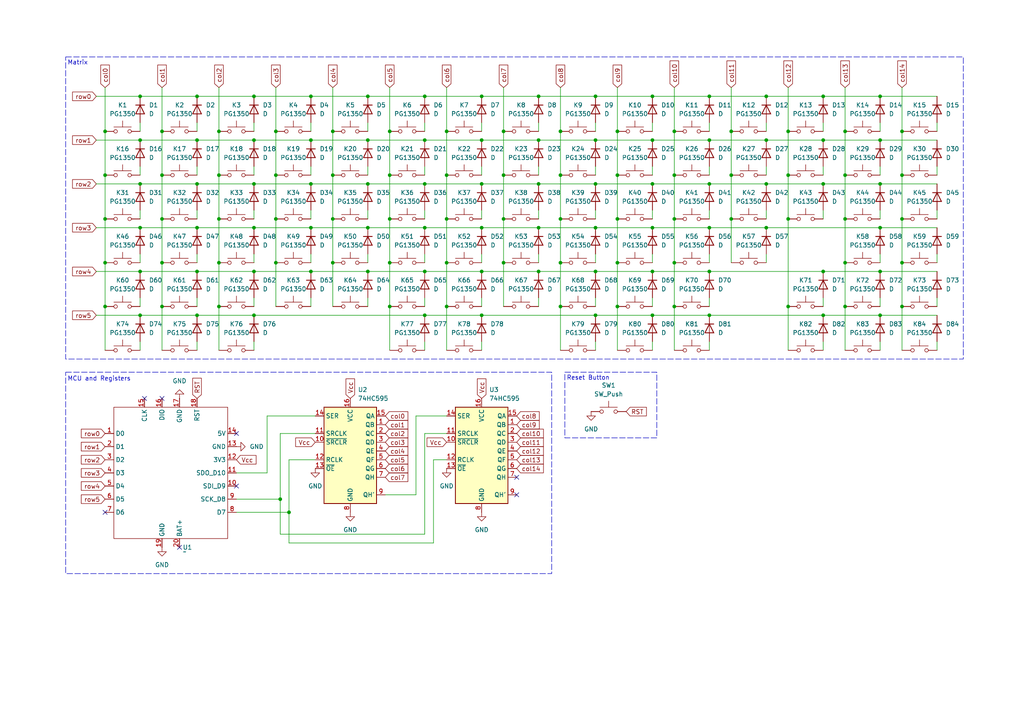
<source format=kicad_sch>
(kicad_sch (version 20231120) (generator "eeschema") (generator_version "8.0")
  (paper "A4")
  (title_block (title "Scupper84") (date "2024-11-02") (rev "0.0.1"))
  (junction (at 106.68 66.04))
  (junction (at 96.52 50.8))
  (junction (at 46.99 50.8))
  (junction (at 30.48 63.5))
  (junction (at 139.7 27.94))
  (junction (at 261.62 50.8))
  (junction (at 73.66 66.04))
  (junction (at 179.07 63.5))
  (junction (at 57.15 40.64))
  (junction (at 83.82 148.59))
  (junction (at 228.6 38.1))
  (junction (at 90.17 40.64))
  (junction (at 90.17 66.04))
  (junction (at 172.72 40.64))
  (junction (at 156.21 53.34))
  (junction (at 179.07 50.8))
  (junction (at 139.7 53.34))
  (junction (at 96.52 76.2))
  (junction (at 195.58 76.2))
  (junction (at 30.48 38.1))
  (junction (at 172.72 66.04))
  (junction (at 245.11 63.5))
  (junction (at 189.23 27.94))
  (junction (at 195.58 88.9))
  (junction (at 255.27 91.44))
  (junction (at 156.21 40.64))
  (junction (at 63.5 76.2))
  (junction (at 57.15 27.94))
  (junction (at 139.7 78.74))
  (junction (at 40.64 66.04))
  (junction (at 179.07 88.9))
  (junction (at 228.6 88.9))
  (junction (at 80.01 50.8))
  (junction (at 123.19 66.04))
  (junction (at 106.68 27.94))
  (junction (at 212.09 63.5))
  (junction (at 261.62 76.2))
  (junction (at 255.27 27.94))
  (junction (at 245.11 50.8))
  (junction (at 245.11 88.9))
  (junction (at 40.64 40.64))
  (junction (at 255.27 40.64))
  (junction (at 222.25 27.94))
  (junction (at 73.66 27.94))
  (junction (at 172.72 78.74))
  (junction (at 189.23 78.74))
  (junction (at 73.66 40.64))
  (junction (at 205.74 78.74))
  (junction (at 63.5 63.5))
  (junction (at 255.27 78.74))
  (junction (at 238.76 53.34))
  (junction (at 106.68 40.64))
  (junction (at 106.68 53.34))
  (junction (at 255.27 53.34))
  (junction (at 40.64 53.34))
  (junction (at 96.52 38.1))
  (junction (at 205.74 40.64))
  (junction (at 46.99 38.1))
  (junction (at 123.19 91.44))
  (junction (at 73.66 78.74))
  (junction (at 245.11 38.1))
  (junction (at 63.5 50.8))
  (junction (at 189.23 40.64))
  (junction (at 80.01 76.2))
  (junction (at 40.64 27.94))
  (junction (at 40.64 78.74))
  (junction (at 179.07 38.1))
  (junction (at 195.58 63.5))
  (junction (at 139.7 66.04))
  (junction (at 46.99 88.9))
  (junction (at 222.25 40.64))
  (junction (at 205.74 53.34))
  (junction (at 63.5 38.1))
  (junction (at 162.56 76.2))
  (junction (at 123.19 27.94))
  (junction (at 146.05 63.5))
  (junction (at 30.48 88.9))
  (junction (at 195.58 50.8))
  (junction (at 46.99 63.5))
  (junction (at 90.17 53.34))
  (junction (at 113.03 76.2))
  (junction (at 162.56 38.1))
  (junction (at 172.72 27.94))
  (junction (at 156.21 78.74))
  (junction (at 179.07 76.2))
  (junction (at 123.19 53.34))
  (junction (at 189.23 66.04))
  (junction (at 205.74 91.44))
  (junction (at 63.5 88.9))
  (junction (at 113.03 88.9))
  (junction (at 189.23 53.34))
  (junction (at 90.17 78.74))
  (junction (at 57.15 66.04))
  (junction (at 123.19 40.64))
  (junction (at 113.03 63.5))
  (junction (at 205.74 27.94))
  (junction (at 90.17 27.94))
  (junction (at 123.19 78.74))
  (junction (at 162.56 50.8))
  (junction (at 238.76 40.64))
  (junction (at 261.62 38.1))
  (junction (at 238.76 27.94))
  (junction (at 57.15 78.74))
  (junction (at 238.76 78.74))
  (junction (at 129.54 50.8))
  (junction (at 238.76 91.44))
  (junction (at 80.01 38.1))
  (junction (at 228.6 63.5))
  (junction (at 113.03 38.1))
  (junction (at 146.05 50.8))
  (junction (at 81.28 144.78))
  (junction (at 96.52 63.5))
  (junction (at 30.48 76.2))
  (junction (at 162.56 63.5))
  (junction (at 156.21 66.04))
  (junction (at 146.05 38.1))
  (junction (at 113.03 50.8))
  (junction (at 222.25 53.34))
  (junction (at 261.62 63.5))
  (junction (at 40.64 91.44))
  (junction (at 205.74 66.04))
  (junction (at 139.7 40.64))
  (junction (at 80.01 63.5))
  (junction (at 222.25 66.04))
  (junction (at 146.05 76.2))
  (junction (at 57.15 91.44))
  (junction (at 261.62 88.9))
  (junction (at 189.23 91.44))
  (junction (at 162.56 88.9))
  (junction (at 212.09 50.8))
  (junction (at 129.54 76.2))
  (junction (at 172.72 53.34))
  (junction (at 129.54 63.5))
  (junction (at 129.54 88.9))
  (junction (at 129.54 38.1))
  (junction (at 30.48 50.8))
  (junction (at 212.09 38.1))
  (junction (at 156.21 27.94))
  (junction (at 195.58 38.1))
  (junction (at 73.66 91.44))
  (junction (at 228.6 50.8))
  (junction (at 245.11 76.2))
  (junction (at 139.7 91.44))
  (junction (at 172.72 91.44))
  (junction (at 46.99 76.2))
  (junction (at 73.66 53.34))
  (junction (at 57.15 53.34))
  (junction (at 106.68 78.74))
  (junction (at 255.27 66.04))
  (no_connect (at 30.48 148.59))
  (no_connect (at 52.07 158.75))
  (no_connect (at 149.86 143.51))
  (no_connect (at 41.91 115.57))
  (no_connect (at 68.58 140.97))
  (no_connect (at 46.99 115.57))
  (no_connect (at 149.86 138.43))
  (no_connect (at 68.58 125.73))
  (wire (pts (xy 27.94 40.64) (xy 40.64 40.64)))
  (wire (pts (xy 238.76 48.26) (xy 238.76 50.8)))
  (wire (pts (xy 57.15 53.34) (xy 73.66 53.34)))
  (wire (pts (xy 271.78 99.06) (xy 271.78 101.6)))
  (wire (pts (xy 162.56 50.8) (xy 162.56 63.5)))
  (wire (pts (xy 129.54 25.4) (xy 129.54 38.1)))
  (wire (pts (xy 222.25 73.66) (xy 222.25 76.2)))
  (wire (pts (xy 120.65 143.51) (xy 120.65 120.65)))
  (wire (pts (xy 172.72 40.64) (xy 189.23 40.64)))
  (wire (pts (xy 172.72 78.74) (xy 189.23 78.74)))
  (wire (pts (xy 255.27 48.26) (xy 255.27 50.8)))
  (wire (pts (xy 205.74 78.74) (xy 238.76 78.74)))
  (wire (pts (xy 189.23 35.56) (xy 189.23 38.1)))
  (wire (pts (xy 27.94 66.04) (xy 40.64 66.04)))
  (wire (pts (xy 179.07 25.4) (xy 179.07 38.1)))
  (wire (pts (xy 261.62 88.9) (xy 261.62 101.6)))
  (wire (pts (xy 83.82 148.59) (xy 83.82 133.35)))
  (wire (pts (xy 255.27 40.64) (xy 271.78 40.64)))
  (wire (pts (xy 189.23 86.36) (xy 189.23 88.9)))
  (wire (pts (xy 222.25 66.04) (xy 255.27 66.04)))
  (wire (pts (xy 129.54 133.35) (xy 125.73 133.35)))
  (wire (pts (xy 90.17 78.74) (xy 106.68 78.74)))
  (wire (pts (xy 113.03 25.4) (xy 113.03 38.1)))
  (wire (pts (xy 73.66 60.96) (xy 73.66 63.5)))
  (wire (pts (xy 146.05 63.5) (xy 146.05 76.2)))
  (wire (pts (xy 172.72 86.36) (xy 172.72 88.9)))
  (wire (pts (xy 27.94 78.74) (xy 40.64 78.74)))
  (wire (pts (xy 271.78 73.66) (xy 271.78 76.2)))
  (wire (pts (xy 228.6 50.8) (xy 228.6 63.5)))
  (wire (pts (xy 57.15 91.44) (xy 73.66 91.44)))
  (wire (pts (xy 113.03 63.5) (xy 113.03 76.2)))
  (wire (pts (xy 139.7 53.34) (xy 156.21 53.34)))
  (wire (pts (xy 129.54 63.5) (xy 129.54 76.2)))
  (wire (pts (xy 73.66 48.26) (xy 73.66 50.8)))
  (wire (pts (xy 195.58 50.8) (xy 195.58 63.5)))
  (wire (pts (xy 228.6 25.4) (xy 228.6 38.1)))
  (wire (pts (xy 228.6 38.1) (xy 228.6 50.8)))
  (wire (pts (xy 238.76 27.94) (xy 255.27 27.94)))
  (wire (pts (xy 129.54 125.73) (xy 123.19 125.73)))
  (wire (pts (xy 146.05 50.8) (xy 146.05 63.5)))
  (wire (pts (xy 123.19 86.36) (xy 123.19 88.9)))
  (wire (pts (xy 73.66 66.04) (xy 90.17 66.04)))
  (wire (pts (xy 228.6 88.9) (xy 228.6 101.6)))
  (wire (pts (xy 40.64 99.06) (xy 40.64 101.6)))
  (wire (pts (xy 57.15 66.04) (xy 73.66 66.04)))
  (wire (pts (xy 123.19 40.64) (xy 139.7 40.64)))
  (wire (pts (xy 113.03 38.1) (xy 113.03 50.8)))
  (wire (pts (xy 162.56 25.4) (xy 162.56 38.1)))
  (wire (pts (xy 255.27 91.44) (xy 271.78 91.44)))
  (wire (pts (xy 57.15 60.96) (xy 57.15 63.5)))
  (wire (pts (xy 222.25 40.64) (xy 238.76 40.64)))
  (wire (pts (xy 106.68 78.74) (xy 123.19 78.74)))
  (wire (pts (xy 172.72 99.06) (xy 172.72 101.6)))
  (wire (pts (xy 90.17 40.64) (xy 106.68 40.64)))
  (wire (pts (xy 271.78 86.36) (xy 271.78 88.9)))
  (wire (pts (xy 40.64 48.26) (xy 40.64 50.8)))
  (wire (pts (xy 238.76 53.34) (xy 255.27 53.34)))
  (wire (pts (xy 162.56 63.5) (xy 162.56 76.2)))
  (wire (pts (xy 195.58 76.2) (xy 195.58 88.9)))
  (wire (pts (xy 255.27 35.56) (xy 255.27 38.1)))
  (wire (pts (xy 40.64 66.04) (xy 57.15 66.04)))
  (wire (pts (xy 57.15 48.26) (xy 57.15 50.8)))
  (wire (pts (xy 30.48 76.2) (xy 30.48 88.9)))
  (wire (pts (xy 63.5 25.4) (xy 63.5 38.1)))
  (wire (pts (xy 57.15 99.06) (xy 57.15 101.6)))
  (wire (pts (xy 189.23 91.44) (xy 205.74 91.44)))
  (wire (pts (xy 90.17 48.26) (xy 90.17 50.8)))
  (wire (pts (xy 63.5 63.5) (xy 63.5 76.2)))
  (wire (pts (xy 40.64 91.44) (xy 57.15 91.44)))
  (wire (pts (xy 212.09 50.8) (xy 212.09 63.5)))
  (wire (pts (xy 57.15 40.64) (xy 73.66 40.64)))
  (wire (pts (xy 40.64 35.56) (xy 40.64 38.1)))
  (wire (pts (xy 139.7 86.36) (xy 139.7 88.9)))
  (wire (pts (xy 139.7 27.94) (xy 156.21 27.94)))
  (wire (pts (xy 205.74 35.56) (xy 205.74 38.1)))
  (wire (pts (xy 255.27 86.36) (xy 255.27 88.9)))
  (wire (pts (xy 40.64 60.96) (xy 40.64 63.5)))
  (wire (pts (xy 172.72 27.94) (xy 189.23 27.94)))
  (wire (pts (xy 146.05 25.4) (xy 146.05 38.1)))
  (wire (pts (xy 172.72 60.96) (xy 172.72 63.5)))
  (wire (pts (xy 96.52 38.1) (xy 96.52 50.8)))
  (wire (pts (xy 123.19 73.66) (xy 123.19 76.2)))
  (wire (pts (xy 40.64 40.64) (xy 57.15 40.64)))
  (wire (pts (xy 245.11 38.1) (xy 245.11 50.8)))
  (wire (pts (xy 245.11 50.8) (xy 245.11 63.5)))
  (wire (pts (xy 129.54 88.9) (xy 129.54 101.6)))
  (wire (pts (xy 46.99 63.5) (xy 46.99 76.2)))
  (wire (pts (xy 255.27 53.34) (xy 271.78 53.34)))
  (wire (pts (xy 222.25 35.56) (xy 222.25 38.1)))
  (wire (pts (xy 40.64 78.74) (xy 57.15 78.74)))
  (wire (pts (xy 261.62 63.5) (xy 261.62 76.2)))
  (wire (pts (xy 125.73 157.48) (xy 83.82 157.48)))
  (wire (pts (xy 245.11 88.9) (xy 245.11 101.6)))
  (wire (pts (xy 139.7 99.06) (xy 139.7 101.6)))
  (wire (pts (xy 255.27 66.04) (xy 271.78 66.04)))
  (wire (pts (xy 113.03 76.2) (xy 113.03 88.9)))
  (wire (pts (xy 212.09 25.4) (xy 212.09 38.1)))
  (wire (pts (xy 162.56 38.1) (xy 162.56 50.8)))
  (wire (pts (xy 77.47 137.16) (xy 77.47 120.65)))
  (wire (pts (xy 139.7 78.74) (xy 156.21 78.74)))
  (wire (pts (xy 40.64 73.66) (xy 40.64 76.2)))
  (wire (pts (xy 156.21 78.74) (xy 172.72 78.74)))
  (wire (pts (xy 106.68 73.66) (xy 106.68 76.2)))
  (wire (pts (xy 96.52 25.4) (xy 96.52 38.1)))
  (wire (pts (xy 189.23 27.94) (xy 205.74 27.94)))
  (wire (pts (xy 123.19 48.26) (xy 123.19 50.8)))
  (wire (pts (xy 189.23 60.96) (xy 189.23 63.5)))
  (wire (pts (xy 40.64 53.34) (xy 57.15 53.34)))
  (wire (pts (xy 179.07 38.1) (xy 179.07 50.8)))
  (wire (pts (xy 255.27 27.94) (xy 271.78 27.94)))
  (wire (pts (xy 80.01 76.2) (xy 80.01 88.9)))
  (wire (pts (xy 261.62 38.1) (xy 261.62 50.8)))
  (wire (pts (xy 123.19 60.96) (xy 123.19 63.5)))
  (wire (pts (xy 123.19 99.06) (xy 123.19 101.6)))
  (wire (pts (xy 30.48 50.8) (xy 30.48 63.5)))
  (wire (pts (xy 205.74 91.44) (xy 238.76 91.44)))
  (wire (pts (xy 156.21 48.26) (xy 156.21 50.8)))
  (wire (pts (xy 205.74 73.66) (xy 205.74 76.2)))
  (wire (pts (xy 106.68 86.36) (xy 106.68 88.9)))
  (wire (pts (xy 120.65 120.65) (xy 129.54 120.65)))
  (wire (pts (xy 90.17 53.34) (xy 106.68 53.34)))
  (wire (pts (xy 106.68 40.64) (xy 123.19 40.64)))
  (wire (pts (xy 63.5 50.8) (xy 63.5 63.5)))
  (wire (pts (xy 63.5 88.9) (xy 63.5 101.6)))
  (wire (pts (xy 162.56 76.2) (xy 162.56 88.9)))
  (wire (pts (xy 57.15 35.56) (xy 57.15 38.1)))
  (wire (pts (xy 90.17 60.96) (xy 90.17 63.5)))
  (wire (pts (xy 106.68 60.96) (xy 106.68 63.5)))
  (wire (pts (xy 245.11 63.5) (xy 245.11 76.2)))
  (wire (pts (xy 80.01 25.4) (xy 80.01 38.1)))
  (wire (pts (xy 139.7 91.44) (xy 172.72 91.44)))
  (wire (pts (xy 106.68 48.26) (xy 106.68 50.8)))
  (wire (pts (xy 81.28 144.78) (xy 81.28 154.94)))
  (wire (pts (xy 205.74 86.36) (xy 205.74 88.9)))
  (wire (pts (xy 27.94 91.44) (xy 40.64 91.44)))
  (wire (pts (xy 73.66 78.74) (xy 90.17 78.74)))
  (wire (pts (xy 255.27 78.74) (xy 271.78 78.74)))
  (wire (pts (xy 63.5 38.1) (xy 63.5 50.8)))
  (wire (pts (xy 156.21 66.04) (xy 172.72 66.04)))
  (wire (pts (xy 125.73 133.35) (xy 125.73 157.48)))
  (wire (pts (xy 222.25 48.26) (xy 222.25 50.8)))
  (wire (pts (xy 57.15 73.66) (xy 57.15 76.2)))
  (wire (pts (xy 271.78 48.26) (xy 271.78 50.8)))
  (wire (pts (xy 172.72 48.26) (xy 172.72 50.8)))
  (wire (pts (xy 96.52 63.5) (xy 96.52 76.2)))
  (wire (pts (xy 261.62 50.8) (xy 261.62 63.5)))
  (wire (pts (xy 73.66 27.94) (xy 90.17 27.94)))
  (wire (pts (xy 123.19 53.34) (xy 139.7 53.34)))
  (wire (pts (xy 46.99 76.2) (xy 46.99 88.9)))
  (wire (pts (xy 106.68 35.56) (xy 106.68 38.1)))
  (wire (pts (xy 80.01 50.8) (xy 80.01 63.5)))
  (wire (pts (xy 96.52 76.2) (xy 96.52 88.9)))
  (wire (pts (xy 261.62 76.2) (xy 261.62 88.9)))
  (wire (pts (xy 90.17 27.94) (xy 106.68 27.94)))
  (wire (pts (xy 172.72 73.66) (xy 172.72 76.2)))
  (wire (pts (xy 90.17 35.56) (xy 90.17 38.1)))
  (wire (pts (xy 129.54 76.2) (xy 129.54 88.9)))
  (wire (pts (xy 189.23 53.34) (xy 205.74 53.34)))
  (wire (pts (xy 90.17 66.04) (xy 106.68 66.04)))
  (wire (pts (xy 146.05 76.2) (xy 146.05 88.9)))
  (wire (pts (xy 139.7 48.26) (xy 139.7 50.8)))
  (wire (pts (xy 205.74 27.94) (xy 222.25 27.94)))
  (wire (pts (xy 73.66 35.56) (xy 73.66 38.1)))
  (wire (pts (xy 57.15 27.94) (xy 73.66 27.94)))
  (wire (pts (xy 73.66 73.66) (xy 73.66 76.2)))
  (wire (pts (xy 90.17 86.36) (xy 90.17 88.9)))
  (wire (pts (xy 30.48 25.4) (xy 30.48 38.1)))
  (wire (pts (xy 228.6 63.5) (xy 228.6 88.9)))
  (wire (pts (xy 113.03 88.9) (xy 113.03 101.6)))
  (wire (pts (xy 238.76 91.44) (xy 255.27 91.44)))
  (wire (pts (xy 46.99 50.8) (xy 46.99 63.5)))
  (wire (pts (xy 80.01 63.5) (xy 80.01 76.2)))
  (wire (pts (xy 30.48 63.5) (xy 30.48 76.2)))
  (wire (pts (xy 40.64 86.36) (xy 40.64 88.9)))
  (wire (pts (xy 156.21 86.36) (xy 156.21 88.9)))
  (wire (pts (xy 146.05 38.1) (xy 146.05 50.8)))
  (wire (pts (xy 139.7 73.66) (xy 139.7 76.2)))
  (wire (pts (xy 68.58 137.16) (xy 77.47 137.16)))
  (wire (pts (xy 245.11 25.4) (xy 245.11 38.1)))
  (wire (pts (xy 172.72 35.56) (xy 172.72 38.1)))
  (wire (pts (xy 81.28 144.78) (xy 81.28 125.73)))
  (wire (pts (xy 189.23 78.74) (xy 205.74 78.74)))
  (wire (pts (xy 205.74 53.34) (xy 222.25 53.34)))
  (wire (pts (xy 205.74 99.06) (xy 205.74 101.6)))
  (wire (pts (xy 106.68 53.34) (xy 123.19 53.34)))
  (wire (pts (xy 162.56 88.9) (xy 162.56 101.6)))
  (wire (pts (xy 189.23 48.26) (xy 189.23 50.8)))
  (wire (pts (xy 271.78 35.56) (xy 271.78 38.1)))
  (wire (pts (xy 179.07 88.9) (xy 179.07 101.6)))
  (wire (pts (xy 205.74 66.04) (xy 222.25 66.04)))
  (wire (pts (xy 73.66 40.64) (xy 90.17 40.64)))
  (wire (pts (xy 80.01 38.1) (xy 80.01 50.8)))
  (wire (pts (xy 195.58 63.5) (xy 195.58 76.2)))
  (wire (pts (xy 139.7 35.56) (xy 139.7 38.1)))
  (wire (pts (xy 30.48 38.1) (xy 30.48 50.8)))
  (wire (pts (xy 77.47 120.65) (xy 91.44 120.65)))
  (wire (pts (xy 123.19 125.73) (xy 123.19 154.94)))
  (wire (pts (xy 238.76 35.56) (xy 238.76 38.1)))
  (wire (pts (xy 156.21 40.64) (xy 172.72 40.64)))
  (wire (pts (xy 245.11 76.2) (xy 245.11 88.9)))
  (wire (pts (xy 30.48 88.9) (xy 30.48 101.6)))
  (wire (pts (xy 46.99 88.9) (xy 46.99 101.6)))
  (wire (pts (xy 255.27 60.96) (xy 255.27 63.5)))
  (wire (pts (xy 129.54 50.8) (xy 129.54 63.5)))
  (wire (pts (xy 123.19 154.94) (xy 81.28 154.94)))
  (wire (pts (xy 195.58 88.9) (xy 195.58 101.6)))
  (wire (pts (xy 205.74 48.26) (xy 205.74 50.8)))
  (wire (pts (xy 189.23 66.04) (xy 205.74 66.04)))
  (wire (pts (xy 238.76 78.74) (xy 255.27 78.74)))
  (wire (pts (xy 83.82 148.59) (xy 83.82 157.48)))
  (wire (pts (xy 205.74 40.64) (xy 222.25 40.64)))
  (wire (pts (xy 139.7 60.96) (xy 139.7 63.5)))
  (wire (pts (xy 123.19 91.44) (xy 139.7 91.44)))
  (wire (pts (xy 57.15 78.74) (xy 73.66 78.74)))
  (wire (pts (xy 123.19 66.04) (xy 139.7 66.04)))
  (wire (pts (xy 179.07 63.5) (xy 179.07 76.2)))
  (wire (pts (xy 96.52 50.8) (xy 96.52 63.5)))
  (wire (pts (xy 212.09 38.1) (xy 212.09 50.8)))
  (wire (pts (xy 172.72 91.44) (xy 189.23 91.44)))
  (wire (pts (xy 238.76 40.64) (xy 255.27 40.64)))
  (wire (pts (xy 189.23 40.64) (xy 205.74 40.64)))
  (wire (pts (xy 179.07 50.8) (xy 179.07 63.5)))
  (wire (pts (xy 172.72 53.34) (xy 189.23 53.34)))
  (wire (pts (xy 172.72 66.04) (xy 189.23 66.04)))
  (wire (pts (xy 139.7 40.64) (xy 156.21 40.64)))
  (wire (pts (xy 238.76 99.06) (xy 238.76 101.6)))
  (wire (pts (xy 111.76 143.51) (xy 120.65 143.51)))
  (wire (pts (xy 189.23 73.66) (xy 189.23 76.2)))
  (wire (pts (xy 222.25 53.34) (xy 238.76 53.34)))
  (wire (pts (xy 81.28 125.73) (xy 91.44 125.73)))
  (wire (pts (xy 73.66 86.36) (xy 73.66 88.9)))
  (wire (pts (xy 63.5 76.2) (xy 63.5 88.9)))
  (wire (pts (xy 238.76 60.96) (xy 238.76 63.5)))
  (wire (pts (xy 123.19 27.94) (xy 139.7 27.94)))
  (wire (pts (xy 73.66 99.06) (xy 73.66 101.6)))
  (wire (pts (xy 205.74 60.96) (xy 205.74 63.5)))
  (wire (pts (xy 57.15 86.36) (xy 57.15 88.9)))
  (wire (pts (xy 46.99 38.1) (xy 46.99 50.8)))
  (wire (pts (xy 261.62 25.4) (xy 261.62 38.1)))
  (wire (pts (xy 123.19 78.74) (xy 139.7 78.74)))
  (wire (pts (xy 40.64 27.94) (xy 57.15 27.94)))
  (wire (pts (xy 106.68 66.04) (xy 123.19 66.04)))
  (wire (pts (xy 156.21 60.96) (xy 156.21 63.5)))
  (wire (pts (xy 73.66 53.34) (xy 90.17 53.34)))
  (wire (pts (xy 73.66 91.44) (xy 123.19 91.44)))
  (wire (pts (xy 68.58 148.59) (xy 83.82 148.59)))
  (wire (pts (xy 255.27 73.66) (xy 255.27 76.2)))
  (wire (pts (xy 156.21 27.94) (xy 172.72 27.94)))
  (wire (pts (xy 123.19 35.56) (xy 123.19 38.1)))
  (wire (pts (xy 27.94 53.34) (xy 40.64 53.34)))
  (wire (pts (xy 222.25 60.96) (xy 222.25 63.5)))
  (wire (pts (xy 195.58 25.4) (xy 195.58 38.1)))
  (wire (pts (xy 156.21 73.66) (xy 156.21 76.2)))
  (wire (pts (xy 156.21 35.56) (xy 156.21 38.1)))
  (wire (pts (xy 106.68 27.94) (xy 123.19 27.94)))
  (wire (pts (xy 238.76 86.36) (xy 238.76 88.9)))
  (wire (pts (xy 27.94 27.94) (xy 40.64 27.94)))
  (wire (pts (xy 113.03 50.8) (xy 113.03 63.5)))
  (wire (pts (xy 179.07 76.2) (xy 179.07 88.9)))
  (wire (pts (xy 195.58 38.1) (xy 195.58 50.8)))
  (wire (pts (xy 90.17 73.66) (xy 90.17 76.2)))
  (wire (pts (xy 212.09 63.5) (xy 212.09 76.2)))
  (wire (pts (xy 68.58 144.78) (xy 81.28 144.78)))
  (wire (pts (xy 139.7 66.04) (xy 156.21 66.04)))
  (wire (pts (xy 46.99 25.4) (xy 46.99 38.1)))
  (wire (pts (xy 83.82 133.35) (xy 91.44 133.35)))
  (wire (pts (xy 271.78 60.96) (xy 271.78 63.5)))
  (wire (pts (xy 156.21 53.34) (xy 172.72 53.34)))
  (wire (pts (xy 222.25 27.94) (xy 238.76 27.94)))
  (wire (pts (xy 189.23 99.06) (xy 189.23 101.6)))
  (wire (pts (xy 129.54 38.1) (xy 129.54 50.8)))
  (wire (pts (xy 255.27 99.06) (xy 255.27 101.6)))
  (rectangle (start 19.05 107.95) (end 160.02 166.37) (stroke (width 0) (type dash)))
  (rectangle (start 163.83 107.95) (end 190.5 127) (stroke (width 0) (type dash)))
  (rectangle (start 19.05 16.51) (end 279.4 104.14) (stroke (width 0) (type dash)))
  (text "Reset Button" (at 164.338 108.966 0) (effects (font (size 1.27 1.27)) (justify left top)))
  (text "MCU and Registers" (at 19.558 109.22 0) (effects (font (size 1.27 1.27)) (justify left top)))
  (text "Matrix" (at 19.558 17.526 0) (effects (font (size 1.27 1.27)) (justify left top)))
  (global_label "col13" (shape input) (at 149.86 133.35 0) (property "Intersheetrefs" "${INTERSHEET_REFS}" (effects (hide yes))))
  (global_label "row2" (shape input) (at 27.94 53.34 180) (property "Intersheetrefs" "${INTERSHEET_REFS}" (effects (hide yes))))
  (global_label "col8" (shape input) (at 149.86 120.65 0) (property "Intersheetrefs" "${INTERSHEET_REFS}" (effects (hide yes))))
  (global_label "col1" (shape input) (at 46.99 25.4 90) (property "Intersheetrefs" "${INTERSHEET_REFS}" (effects (hide yes))))
  (global_label "col0" (shape input) (at 30.48 25.4 90) (property "Intersheetrefs" "${INTERSHEET_REFS}" (effects (hide yes))))
  (global_label "row4" (shape input) (at 30.48 140.97 180) (property "Intersheetrefs" "${INTERSHEET_REFS}" (effects (hide yes))))
  (global_label "col6" (shape input) (at 111.76 135.89 0) (property "Intersheetrefs" "${INTERSHEET_REFS}" (effects (hide yes))))
  (global_label "col2" (shape input) (at 111.76 125.73 0) (property "Intersheetrefs" "${INTERSHEET_REFS}" (effects (hide yes))))
  (global_label "RST" (shape input) (at 181.61 119.38 0) (property "Intersheetrefs" "${INTERSHEET_REFS}" (effects (hide yes))))
  (global_label "col5" (shape input) (at 113.03 25.4 90) (property "Intersheetrefs" "${INTERSHEET_REFS}" (effects (hide yes))))
  (global_label "col12" (shape input) (at 228.6 25.4 90) (property "Intersheetrefs" "${INTERSHEET_REFS}" (effects (hide yes))))
  (global_label "row0" (shape input) (at 27.94 27.94 180) (property "Intersheetrefs" "${INTERSHEET_REFS}" (effects (hide yes))))
  (global_label "row3" (shape input) (at 30.48 137.16 180) (property "Intersheetrefs" "${INTERSHEET_REFS}" (effects (hide yes))))
  (global_label "col13" (shape input) (at 245.11 25.4 90) (property "Intersheetrefs" "${INTERSHEET_REFS}" (effects (hide yes))))
  (global_label "col9" (shape input) (at 179.07 25.4 90) (property "Intersheetrefs" "${INTERSHEET_REFS}" (effects (hide yes))))
  (global_label "row0" (shape input) (at 30.48 125.73 180) (property "Intersheetrefs" "${INTERSHEET_REFS}" (effects (hide yes))))
  (global_label "col8" (shape input) (at 162.56 25.4 90) (property "Intersheetrefs" "${INTERSHEET_REFS}" (effects (hide yes))))
  (global_label "col5" (shape input) (at 111.76 133.35 0) (property "Intersheetrefs" "${INTERSHEET_REFS}" (effects (hide yes))))
  (global_label "row2" (shape input) (at 30.48 133.35 180) (property "Intersheetrefs" "${INTERSHEET_REFS}" (effects (hide yes))))
  (global_label "col0" (shape input) (at 111.76 120.65 0) (property "Intersheetrefs" "${INTERSHEET_REFS}" (effects (hide yes))))
  (global_label "col10" (shape input) (at 149.86 125.73 0) (property "Intersheetrefs" "${INTERSHEET_REFS}" (effects (hide yes))))
  (global_label "row1" (shape input) (at 27.94 40.64 180) (property "Intersheetrefs" "${INTERSHEET_REFS}" (effects (hide yes))))
  (global_label "col1" (shape input) (at 111.76 123.19 0) (property "Intersheetrefs" "${INTERSHEET_REFS}" (effects (hide yes))))
  (global_label "col7" (shape input) (at 111.76 138.43 0) (property "Intersheetrefs" "${INTERSHEET_REFS}" (effects (hide yes))))
  (global_label "col11" (shape input) (at 149.86 128.27 0) (property "Intersheetrefs" "${INTERSHEET_REFS}" (effects (hide yes))))
  (global_label "col3" (shape input) (at 111.76 128.27 0) (property "Intersheetrefs" "${INTERSHEET_REFS}" (effects (hide yes))))
  (global_label "col6" (shape input) (at 129.54 25.4 90) (property "Intersheetrefs" "${INTERSHEET_REFS}" (effects (hide yes))))
  (global_label "Vcc" (shape input) (at 101.6 115.57 90) (property "Intersheetrefs" "${INTERSHEET_REFS}" (effects (hide yes))))
  (global_label "Vcc" (shape input) (at 139.7 115.57 90) (property "Intersheetrefs" "${INTERSHEET_REFS}" (effects (hide yes))))
  (global_label "row5" (shape input) (at 27.94 91.44 180) (property "Intersheetrefs" "${INTERSHEET_REFS}" (effects (hide yes))))
  (global_label "col14" (shape input) (at 261.62 25.4 90) (property "Intersheetrefs" "${INTERSHEET_REFS}" (effects (hide yes))))
  (global_label "row5" (shape input) (at 30.48 144.78 180) (property "Intersheetrefs" "${INTERSHEET_REFS}" (effects (hide yes))))
  (global_label "col4" (shape input) (at 96.52 25.4 90) (property "Intersheetrefs" "${INTERSHEET_REFS}" (effects (hide yes))))
  (global_label "row1" (shape input) (at 30.48 129.54 180) (property "Intersheetrefs" "${INTERSHEET_REFS}" (effects (hide yes))))
  (global_label "col2" (shape input) (at 63.5 25.4 90) (property "Intersheetrefs" "${INTERSHEET_REFS}" (effects (hide yes))))
  (global_label "RST" (shape input) (at 57.15 115.57 90) (property "Intersheetrefs" "${INTERSHEET_REFS}" (effects (hide yes))))
  (global_label "col7" (shape input) (at 146.05 25.4 90) (property "Intersheetrefs" "${INTERSHEET_REFS}" (effects (hide yes))))
  (global_label "row3" (shape input) (at 27.94 66.04 180) (property "Intersheetrefs" "${INTERSHEET_REFS}" (effects (hide yes))))
  (global_label "col3" (shape input) (at 80.01 25.4 90) (property "Intersheetrefs" "${INTERSHEET_REFS}" (effects (hide yes))))
  (global_label "row4" (shape input) (at 27.94 78.74 180) (property "Intersheetrefs" "${INTERSHEET_REFS}" (effects (hide yes))))
  (global_label "col10" (shape input) (at 195.58 25.4 90) (property "Intersheetrefs" "${INTERSHEET_REFS}" (effects (hide yes))))
  (global_label "col11" (shape input) (at 212.09 25.4 90) (property "Intersheetrefs" "${INTERSHEET_REFS}" (effects (hide yes))))
  (global_label "Vcc" (shape input) (at 68.58 133.35 0) (property "Intersheetrefs" "${INTERSHEET_REFS}" (effects (hide yes))))
  (global_label "col12" (shape input) (at 149.86 130.81 0) (property "Intersheetrefs" "${INTERSHEET_REFS}" (effects (hide yes))))
  (global_label "col9" (shape input) (at 149.86 123.19 0) (property "Intersheetrefs" "${INTERSHEET_REFS}" (effects (hide yes))))
  (global_label "col4" (shape input) (at 111.76 130.81 0) (property "Intersheetrefs" "${INTERSHEET_REFS}" (effects (hide yes))))
  (global_label "Vcc" (shape input) (at 91.44 128.27 180) (property "Intersheetrefs" "${INTERSHEET_REFS}" (effects (hide yes))))
  (global_label "col14" (shape input) (at 149.86 135.89 0) (property "Intersheetrefs" "${INTERSHEET_REFS}" (effects (hide yes))))
  (global_label "Vcc" (shape input) (at 129.54 128.27 180) (property "Intersheetrefs" "${INTERSHEET_REFS}" (effects (hide yes))))
  (symbol (lib_id "Device:D") (at 222.25 31.75 270) (unit 1)
    (property "Reference" "D12" (at 224.79 30.4799 90) (effects (justify left)))
    (property "Value" "D" (at 224.79 33.0199 90) (effects (justify left)))
    (property "Description" "Diode" (effects (hide yes)))
    (property "Sim.Device" "D" (effects (hide yes)))
    (property "Sim.Pins" "1=K 2=A" (effects (hide yes)))
  )
  (symbol (lib_id "keyboard_parts:PG1350") (at 52.07 63.5 0) (unit 1)
    (property "Reference" "K32" (at 52.07 55.88 0))
    (property "Value" "PG1350" (at 52.07 58.42 0))
    (property "Description" "Kailh Choc v1 Keyboard Switch" (effects (hide yes)))
  )
  (symbol (lib_id "keyboard_parts:PG1350") (at 167.64 50.8 0) (unit 1)
    (property "Reference" "K24" (at 167.64 43.18 0))
    (property "Value" "PG1350" (at 167.64 45.72 0))
    (property "Description" "Kailh Choc v1 Keyboard Switch" (effects (hide yes)))
  )
  (symbol (lib_id "keyboard_parts:PG1350") (at 250.19 63.5 0) (unit 1)
    (property "Reference" "K44" (at 250.19 55.88 0))
    (property "Value" "PG1350" (at 250.19 58.42 0))
    (property "Description" "Kailh Choc v1 Keyboard Switch" (effects (hide yes)))
  )
  (symbol (lib_id "keyboard_parts:PG1350") (at 101.6 63.5 0) (unit 1)
    (property "Reference" "K35" (at 101.6 55.88 0))
    (property "Value" "PG1350" (at 101.6 58.42 0))
    (property "Description" "Kailh Choc v1 Keyboard Switch" (effects (hide yes)))
  )
  (symbol (lib_id "Device:D") (at 57.15 82.55 270) (unit 1)
    (property "Reference" "D61" (at 59.69 81.2799 90) (effects (justify left)))
    (property "Value" "D" (at 59.69 83.8199 90) (effects (justify left)))
    (property "Description" "Diode" (effects (hide yes)))
    (property "Sim.Device" "D" (effects (hide yes)))
    (property "Sim.Pins" "1=K 2=A" (effects (hide yes)))
  )
  (symbol (lib_id "Device:D") (at 106.68 57.15 270) (unit 1)
    (property "Reference" "D35" (at 109.22 55.8799 90) (effects (justify left)))
    (property "Value" "D" (at 109.22 58.4199 90) (effects (justify left)))
    (property "Description" "Diode" (effects (hide yes)))
    (property "Sim.Device" "D" (effects (hide yes)))
    (property "Sim.Pins" "1=K 2=A" (effects (hide yes)))
  )
  (symbol (lib_id "Device:D") (at 73.66 95.25 270) (unit 1)
    (property "Reference" "D76" (at 76.2 93.9799 90) (effects (justify left)))
    (property "Value" "D" (at 76.2 96.5199 90) (effects (justify left)))
    (property "Description" "Diode" (effects (hide yes)))
    (property "Sim.Device" "D" (effects (hide yes)))
    (property "Sim.Pins" "1=K 2=A" (effects (hide yes)))
  )
  (symbol (lib_id "Device:D") (at 222.25 57.15 270) (unit 1)
    (property "Reference" "D42" (at 224.79 55.8799 90) (effects (justify left)))
    (property "Value" "D" (at 224.79 58.4199 90) (effects (justify left)))
    (property "Description" "Diode" (effects (hide yes)))
    (property "Sim.Device" "D" (effects (hide yes)))
    (property "Sim.Pins" "1=K 2=A" (effects (hide yes)))
  )
  (symbol (lib_id "keyboard_parts:PG1350") (at 118.11 76.2 0) (unit 1)
    (property "Reference" "K51" (at 118.11 68.58 0))
    (property "Value" "PG1350" (at 118.11 71.12 0))
    (property "Description" "Kailh Choc v1 Keyboard Switch" (effects (hide yes)))
  )
  (symbol (lib_id "Device:D") (at 271.78 95.25 270) (unit 1)
    (property "Reference" "D84" (at 274.32 93.9799 90) (effects (justify left)))
    (property "Value" "D" (at 274.32 96.5199 90) (effects (justify left)))
    (property "Description" "Diode" (effects (hide yes)))
    (property "Sim.Device" "D" (effects (hide yes)))
    (property "Sim.Pins" "1=K 2=A" (effects (hide yes)))
  )
  (symbol (lib_id "power:GND") (at 91.44 135.89 0) (unit 1)
    (property "Reference" "#PWR06" (effects (hide yes)))
    (property "Value" "GND" (at 91.44 140.97 0))
    (property "Description" "Power symbol creates a global label with name \"GND\" , ground" (effects (hide yes)))
  )
  (symbol (lib_id "keyboard_parts:PG1350") (at 52.07 38.1 0) (unit 1)
    (property "Reference" "K2" (at 52.07 30.48 0))
    (property "Value" "PG1350" (at 52.07 33.02 0))
    (property "Description" "Kailh Choc v1 Keyboard Switch" (effects (hide yes)))
  )
  (symbol (lib_id "keyboard_parts:PG1350") (at 118.11 88.9 0) (unit 1)
    (property "Reference" "K65" (at 118.11 81.28 0))
    (property "Value" "PG1350" (at 118.11 83.82 0))
    (property "Description" "Kailh Choc v1 Keyboard Switch" (effects (hide yes)))
  )
  (symbol (lib_id "Device:D") (at 238.76 82.55 270) (unit 1)
    (property "Reference" "D71" (at 241.3 81.2799 90) (effects (justify left)))
    (property "Value" "D" (at 241.3 83.8199 90) (effects (justify left)))
    (property "Description" "Diode" (effects (hide yes)))
    (property "Sim.Device" "D" (effects (hide yes)))
    (property "Sim.Pins" "1=K 2=A" (effects (hide yes)))
  )
  (symbol (lib_id "Device:D") (at 172.72 95.25 270) (unit 1)
    (property "Reference" "D79" (at 175.26 93.9799 90) (effects (justify left)))
    (property "Value" "D" (at 175.26 96.5199 90) (effects (justify left)))
    (property "Description" "Diode" (effects (hide yes)))
    (property "Sim.Device" "D" (effects (hide yes)))
    (property "Sim.Pins" "1=K 2=A" (effects (hide yes)))
  )
  (symbol (lib_id "keyboard_parts:PG1350") (at 134.62 101.6 0) (unit 1)
    (property "Reference" "K78" (at 134.62 93.98 0))
    (property "Value" "PG1350" (at 134.62 96.52 0))
    (property "Description" "Kailh Choc v1 Keyboard Switch" (effects (hide yes)))
  )
  (symbol (lib_id "keyboard_parts:PG1350") (at 134.62 88.9 0) (unit 1)
    (property "Reference" "K66" (at 134.62 81.28 0))
    (property "Value" "PG1350" (at 134.62 83.82 0))
    (property "Description" "Kailh Choc v1 Keyboard Switch" (effects (hide yes)))
  )
  (symbol (lib_id "74xx:74HC595") (at 139.7 130.81 0) (unit 1)
    (property "Reference" "U3" (at 141.8941 113.03 0) (effects (justify left)))
    (property "Value" "74HC595" (at 141.8941 115.57 0) (effects (justify left)))
    (property "Datasheet" "http://www.ti.com/lit/ds/symlink/sn74hc595.pdf" (effects (hide yes)))
    (property "Description" "8-bit serial in/out Shift Register 3-State Outputs" (effects (hide yes)))
  )
  (symbol (lib_id "keyboard_parts:PG1350") (at 151.13 50.8 0) (unit 1)
    (property "Reference" "K23" (at 151.13 43.18 0))
    (property "Value" "PG1350" (at 151.13 45.72 0))
    (property "Description" "Kailh Choc v1 Keyboard Switch" (effects (hide yes)))
  )
  (symbol (lib_id "keyboard_parts:PG1350") (at 184.15 101.6 0) (unit 1)
    (property "Reference" "K80" (at 184.15 93.98 0))
    (property "Value" "PG1350" (at 184.15 96.52 0))
    (property "Description" "Kailh Choc v1 Keyboard Switch" (effects (hide yes)))
  )
  (symbol (lib_id "Device:D") (at 172.72 57.15 270) (unit 1)
    (property "Reference" "D39" (at 175.26 55.8799 90) (effects (justify left)))
    (property "Value" "D" (at 175.26 58.4199 90) (effects (justify left)))
    (property "Description" "Diode" (effects (hide yes)))
    (property "Sim.Device" "D" (effects (hide yes)))
    (property "Sim.Pins" "1=K 2=A" (effects (hide yes)))
  )
  (symbol (lib_id "keyboard_parts:PG1350") (at 184.15 50.8 0) (unit 1)
    (property "Reference" "K25" (at 184.15 43.18 0))
    (property "Value" "PG1350" (at 184.15 45.72 0))
    (property "Description" "Kailh Choc v1 Keyboard Switch" (effects (hide yes)))
  )
  (symbol (lib_id "keyboard_parts:PG1350") (at 266.7 50.8 0) (unit 1)
    (property "Reference" "K30" (at 266.7 43.18 0))
    (property "Value" "PG1350" (at 266.7 45.72 0))
    (property "Description" "Kailh Choc v1 Keyboard Switch" (effects (hide yes)))
  )
  (symbol (lib_id "keyboard_parts:PG1350") (at 134.62 76.2 0) (unit 1)
    (property "Reference" "K52" (at 134.62 68.58 0))
    (property "Value" "PG1350" (at 134.62 71.12 0))
    (property "Description" "Kailh Choc v1 Keyboard Switch" (effects (hide yes)))
  )
  (symbol (lib_id "Device:D") (at 90.17 82.55 270) (unit 1)
    (property "Reference" "D63" (at 92.71 81.2799 90) (effects (justify left)))
    (property "Value" "D" (at 92.71 83.8199 90) (effects (justify left)))
    (property "Description" "Diode" (effects (hide yes)))
    (property "Sim.Device" "D" (effects (hide yes)))
    (property "Sim.Pins" "1=K 2=A" (effects (hide yes)))
  )
  (symbol (lib_id "74xx:74HC595") (at 101.6 130.81 0) (unit 1)
    (property "Reference" "U2" (at 103.7941 113.03 0) (effects (justify left)))
    (property "Value" "74HC595" (at 103.7941 115.57 0) (effects (justify left)))
    (property "Datasheet" "http://www.ti.com/lit/ds/symlink/sn74hc595.pdf" (effects (hide yes)))
    (property "Description" "8-bit serial in/out Shift Register 3-State Outputs" (effects (hide yes)))
  )
  (symbol (lib_id "power:GND") (at 101.6 148.59 0) (unit 1)
    (property "Reference" "#PWR04" (effects (hide yes)))
    (property "Value" "GND" (at 101.6 153.67 0))
    (property "Description" "Power symbol creates a global label with name \"GND\" , ground" (effects (hide yes)))
  )
  (symbol (lib_id "keyboard_parts:PG1350") (at 52.07 88.9 0) (unit 1)
    (property "Reference" "K61" (at 52.07 81.28 0))
    (property "Value" "PG1350" (at 52.07 83.82 0))
    (property "Description" "Kailh Choc v1 Keyboard Switch" (effects (hide yes)))
  )
  (symbol (lib_id "keyboard_parts:PG1350") (at 118.11 101.6 0) (unit 1)
    (property "Reference" "K77" (at 118.11 93.98 0))
    (property "Value" "PG1350" (at 118.11 96.52 0))
    (property "Description" "Kailh Choc v1 Keyboard Switch" (effects (hide yes)))
  )
  (symbol (lib_id "Device:D") (at 238.76 31.75 270) (unit 1)
    (property "Reference" "D13" (at 241.3 30.4799 90) (effects (justify left)))
    (property "Value" "D" (at 241.3 33.0199 90) (effects (justify left)))
    (property "Description" "Diode" (effects (hide yes)))
    (property "Sim.Device" "D" (effects (hide yes)))
    (property "Sim.Pins" "1=K 2=A" (effects (hide yes)))
  )
  (symbol (lib_id "keyboard_parts:PG1350") (at 101.6 88.9 0) (unit 1)
    (property "Reference" "K64" (at 101.6 81.28 0))
    (property "Value" "PG1350" (at 101.6 83.82 0))
    (property "Description" "Kailh Choc v1 Keyboard Switch" (effects (hide yes)))
  )
  (symbol (lib_id "power:GND") (at 139.7 148.59 0) (unit 1)
    (property "Reference" "#PWR05" (effects (hide yes)))
    (property "Value" "GND" (at 139.7 153.67 0))
    (property "Description" "Power symbol creates a global label with name \"GND\" , ground" (effects (hide yes)))
  )
  (symbol (lib_id "Device:D") (at 156.21 82.55 270) (unit 1)
    (property "Reference" "D67" (at 158.75 81.2799 90) (effects (justify left)))
    (property "Value" "D" (at 158.75 83.8199 90) (effects (justify left)))
    (property "Description" "Diode" (effects (hide yes)))
    (property "Sim.Device" "D" (effects (hide yes)))
    (property "Sim.Pins" "1=K 2=A" (effects (hide yes)))
  )
  (symbol (lib_id "keyboard_parts:PG1350") (at 250.19 88.9 0) (unit 1)
    (property "Reference" "K72" (at 250.19 81.28 0))
    (property "Value" "PG1350" (at 250.19 83.82 0))
    (property "Description" "Kailh Choc v1 Keyboard Switch" (effects (hide yes)))
  )
  (symbol (lib_id "power:GND") (at 52.07 115.57 180) (unit 1)
    (property "Reference" "#PWR03" (effects (hide yes)))
    (property "Value" "GND" (at 52.07 110.49 0))
    (property "Description" "Power symbol creates a global label with name \"GND\" , ground" (effects (hide yes)))
  )
  (symbol (lib_id "Device:D") (at 271.78 82.55 270) (unit 1)
    (property "Reference" "D73" (at 274.32 81.2799 90) (effects (justify left)))
    (property "Value" "D" (at 274.32 83.8199 90) (effects (justify left)))
    (property "Description" "Diode" (effects (hide yes)))
    (property "Sim.Device" "D" (effects (hide yes)))
    (property "Sim.Pins" "1=K 2=A" (effects (hide yes)))
  )
  (symbol (lib_id "keyboard_parts:PG1350") (at 52.07 101.6 0) (unit 1)
    (property "Reference" "K75" (at 52.07 93.98 0))
    (property "Value" "PG1350" (at 52.07 96.52 0))
    (property "Description" "Kailh Choc v1 Keyboard Switch" (effects (hide yes)))
  )
  (symbol (lib_id "Device:D") (at 139.7 82.55 270) (unit 1)
    (property "Reference" "D66" (at 142.24 81.2799 90) (effects (justify left)))
    (property "Value" "D" (at 142.24 83.8199 90) (effects (justify left)))
    (property "Description" "Diode" (effects (hide yes)))
    (property "Sim.Device" "D" (effects (hide yes)))
    (property "Sim.Pins" "1=K 2=A" (effects (hide yes)))
  )
  (symbol (lib_id "Device:D") (at 73.66 44.45 270) (unit 1)
    (property "Reference" "D18" (at 76.2 43.1799 90) (effects (justify left)))
    (property "Value" "D" (at 76.2 45.7199 90) (effects (justify left)))
    (property "Description" "Diode" (effects (hide yes)))
    (property "Sim.Device" "D" (effects (hide yes)))
    (property "Sim.Pins" "1=K 2=A" (effects (hide yes)))
  )
  (symbol (lib_id "Device:D") (at 123.19 31.75 270) (unit 1)
    (property "Reference" "D6" (at 125.73 30.4799 90) (effects (justify left)))
    (property "Value" "D" (at 125.73 33.0199 90) (effects (justify left)))
    (property "Description" "Diode" (effects (hide yes)))
    (property "Sim.Device" "D" (effects (hide yes)))
    (property "Sim.Pins" "1=K 2=A" (effects (hide yes)))
  )
  (symbol (lib_id "keyboard_parts:PG1350") (at 233.68 88.9 0) (unit 1)
    (property "Reference" "K71" (at 233.68 81.28 0))
    (property "Value" "PG1350" (at 233.68 83.82 0))
    (property "Description" "Kailh Choc v1 Keyboard Switch" (effects (hide yes)))
  )
  (symbol (lib_id "keyboard_parts:PG1350") (at 85.09 76.2 0) (unit 1)
    (property "Reference" "K49" (at 85.09 68.58 0))
    (property "Value" "PG1350" (at 85.09 71.12 0))
    (property "Description" "Kailh Choc v1 Keyboard Switch" (effects (hide yes)))
  )
  (symbol (lib_id "Device:D") (at 139.7 44.45 270) (unit 1)
    (property "Reference" "D22" (at 142.24 43.1799 90) (effects (justify left)))
    (property "Value" "D" (at 142.24 45.7199 90) (effects (justify left)))
    (property "Description" "Diode" (effects (hide yes)))
    (property "Sim.Device" "D" (effects (hide yes)))
    (property "Sim.Pins" "1=K 2=A" (effects (hide yes)))
  )
  (symbol (lib_id "Device:D") (at 106.68 31.75 270) (unit 1)
    (property "Reference" "D5" (at 109.22 30.4799 90) (effects (justify left)))
    (property "Value" "D" (at 109.22 33.0199 90) (effects (justify left)))
    (property "Description" "Diode" (effects (hide yes)))
    (property "Sim.Device" "D" (effects (hide yes)))
    (property "Sim.Pins" "1=K 2=A" (effects (hide yes)))
  )
  (symbol (lib_id "keyboard_parts:PG1350") (at 85.09 63.5 0) (unit 1)
    (property "Reference" "K34" (at 85.09 55.88 0))
    (property "Value" "PG1350" (at 85.09 58.42 0))
    (property "Description" "Kailh Choc v1 Keyboard Switch" (effects (hide yes)))
  )
  (symbol (lib_id "keyboard_parts:PG1350") (at 134.62 50.8 0) (unit 1)
    (property "Reference" "K22" (at 134.62 43.18 0))
    (property "Value" "PG1350" (at 134.62 45.72 0))
    (property "Description" "Kailh Choc v1 Keyboard Switch" (effects (hide yes)))
  )
  (symbol (lib_id "Device:D") (at 271.78 31.75 270) (unit 1)
    (property "Reference" "D15" (at 274.32 30.4799 90) (effects (justify left)))
    (property "Value" "D" (at 274.32 33.0199 90) (effects (justify left)))
    (property "Description" "Diode" (effects (hide yes)))
    (property "Sim.Device" "D" (effects (hide yes)))
    (property "Sim.Pins" "1=K 2=A" (effects (hide yes)))
  )
  (symbol (lib_id "keyboard_parts:PG1350") (at 250.19 76.2 0) (unit 1)
    (property "Reference" "K58" (at 250.19 68.58 0))
    (property "Value" "PG1350" (at 250.19 71.12 0))
    (property "Description" "Kailh Choc v1 Keyboard Switch" (effects (hide yes)))
  )
  (symbol (lib_id "Device:D") (at 189.23 44.45 270) (unit 1)
    (property "Reference" "D25" (at 191.77 43.1799 90) (effects (justify left)))
    (property "Value" "D" (at 191.77 45.7199 90) (effects (justify left)))
    (property "Description" "Diode" (effects (hide yes)))
    (property "Sim.Device" "D" (effects (hide yes)))
    (property "Sim.Pins" "1=K 2=A" (effects (hide yes)))
  )
  (symbol (lib_id "Device:D") (at 156.21 44.45 270) (unit 1)
    (property "Reference" "D23" (at 158.75 43.1799 90) (effects (justify left)))
    (property "Value" "D" (at 158.75 45.7199 90) (effects (justify left)))
    (property "Description" "Diode" (effects (hide yes)))
    (property "Sim.Device" "D" (effects (hide yes)))
    (property "Sim.Pins" "1=K 2=A" (effects (hide yes)))
  )
  (symbol (lib_id "Device:D") (at 106.68 44.45 270) (unit 1)
    (property "Reference" "D20" (at 109.22 43.1799 90) (effects (justify left)))
    (property "Value" "D" (at 109.22 45.7199 90) (effects (justify left)))
    (property "Description" "Diode" (effects (hide yes)))
    (property "Sim.Device" "D" (effects (hide yes)))
    (property "Sim.Pins" "1=K 2=A" (effects (hide yes)))
  )
  (symbol (lib_id "Device:D") (at 139.7 31.75 270) (unit 1)
    (property "Reference" "D7" (at 142.24 30.4799 90) (effects (justify left)))
    (property "Value" "D" (at 142.24 33.0199 90) (effects (justify left)))
    (property "Description" "Diode" (effects (hide yes)))
    (property "Sim.Device" "D" (effects (hide yes)))
    (property "Sim.Pins" "1=K 2=A" (effects (hide yes)))
  )
  (symbol (lib_id "Device:D") (at 73.66 57.15 270) (unit 1)
    (property "Reference" "D33" (at 76.2 55.8799 90) (effects (justify left)))
    (property "Value" "D" (at 76.2 58.4199 90) (effects (justify left)))
    (property "Description" "Diode" (effects (hide yes)))
    (property "Sim.Device" "D" (effects (hide yes)))
    (property "Sim.Pins" "1=K 2=A" (effects (hide yes)))
  )
  (symbol (lib_id "Device:D") (at 40.64 57.15 270) (unit 1)
    (property "Reference" "D31" (at 43.18 55.8799 90) (effects (justify left)))
    (property "Value" "D" (at 43.18 58.4199 90) (effects (justify left)))
    (property "Description" "Diode" (effects (hide yes)))
    (property "Sim.Device" "D" (effects (hide yes)))
    (property "Sim.Pins" "1=K 2=A" (effects (hide yes)))
  )
  (symbol (lib_id "keyboard_parts:PG1350") (at 101.6 38.1 0) (unit 1)
    (property "Reference" "K5" (at 101.6 30.48 0))
    (property "Value" "PG1350" (at 101.6 33.02 0))
    (property "Description" "Kailh Choc v1 Keyboard Switch" (effects (hide yes)))
  )
  (symbol (lib_id "Device:D") (at 255.27 69.85 270) (unit 1)
    (property "Reference" "D58" (at 257.81 68.5799 90) (effects (justify left)))
    (property "Value" "D" (at 257.81 71.1199 90) (effects (justify left)))
    (property "Description" "Diode" (effects (hide yes)))
    (property "Sim.Device" "D" (effects (hide yes)))
    (property "Sim.Pins" "1=K 2=A" (effects (hide yes)))
  )
  (symbol (lib_id "keyboard_parts:XIAO_RP2040") (at 49.53 137.16 0) (unit 1)
    (property "Reference" "U1" (at 52.9941 158.75 0) (effects (justify left)))
    (property "Value" "~" (at 52.9941 160.02 0) (effects (justify left)))
    (property "Description" "Seeed Studio XIAO RP2040" (effects (hide yes)))
  )
  (symbol (lib_id "Device:D") (at 189.23 31.75 270) (unit 1)
    (property "Reference" "D10" (at 191.77 30.4799 90) (effects (justify left)))
    (property "Value" "D" (at 191.77 33.0199 90) (effects (justify left)))
    (property "Description" "Diode" (effects (hide yes)))
    (property "Sim.Device" "D" (effects (hide yes)))
    (property "Sim.Pins" "1=K 2=A" (effects (hide yes)))
  )
  (symbol (lib_id "Device:D") (at 90.17 44.45 270) (unit 1)
    (property "Reference" "D19" (at 92.71 43.1799 90) (effects (justify left)))
    (property "Value" "D" (at 92.71 45.7199 90) (effects (justify left)))
    (property "Description" "Diode" (effects (hide yes)))
    (property "Sim.Device" "D" (effects (hide yes)))
    (property "Sim.Pins" "1=K 2=A" (effects (hide yes)))
  )
  (symbol (lib_id "keyboard_parts:PG1350") (at 184.15 88.9 0) (unit 1)
    (property "Reference" "K69" (at 184.15 81.28 0))
    (property "Value" "PG1350" (at 184.15 83.82 0))
    (property "Description" "Kailh Choc v1 Keyboard Switch" (effects (hide yes)))
  )
  (symbol (lib_id "keyboard_parts:PG1350") (at 200.66 88.9 0) (unit 1)
    (property "Reference" "K70" (at 200.66 81.28 0))
    (property "Value" "PG1350" (at 200.66 83.82 0))
    (property "Description" "Kailh Choc v1 Keyboard Switch" (effects (hide yes)))
  )
  (symbol (lib_id "Device:D") (at 172.72 69.85 270) (unit 1)
    (property "Reference" "D54" (at 175.26 68.5799 90) (effects (justify left)))
    (property "Value" "D" (at 175.26 71.1199 90) (effects (justify left)))
    (property "Description" "Diode" (effects (hide yes)))
    (property "Sim.Device" "D" (effects (hide yes)))
    (property "Sim.Pins" "1=K 2=A" (effects (hide yes)))
  )
  (symbol (lib_id "Device:D") (at 271.78 57.15 270) (unit 1)
    (property "Reference" "D45" (at 274.32 55.8799 90) (effects (justify left)))
    (property "Value" "D" (at 274.32 58.4199 90) (effects (justify left)))
    (property "Description" "Diode" (effects (hide yes)))
    (property "Sim.Device" "D" (effects (hide yes)))
    (property "Sim.Pins" "1=K 2=A" (effects (hide yes)))
  )
  (symbol (lib_id "keyboard_parts:PG1350") (at 200.66 76.2 0) (unit 1)
    (property "Reference" "K56" (at 200.66 68.58 0))
    (property "Value" "PG1350" (at 200.66 71.12 0))
    (property "Description" "Kailh Choc v1 Keyboard Switch" (effects (hide yes)))
  )
  (symbol (lib_id "Device:D") (at 189.23 57.15 270) (unit 1)
    (property "Reference" "D40" (at 191.77 55.8799 90) (effects (justify left)))
    (property "Value" "D" (at 191.77 58.4199 90) (effects (justify left)))
    (property "Description" "Diode" (effects (hide yes)))
    (property "Sim.Device" "D" (effects (hide yes)))
    (property "Sim.Pins" "1=K 2=A" (effects (hide yes)))
  )
  (symbol (lib_id "Device:D") (at 205.74 95.25 270) (unit 1)
    (property "Reference" "D81" (at 208.28 93.9799 90) (effects (justify left)))
    (property "Value" "D" (at 208.28 96.5199 90) (effects (justify left)))
    (property "Description" "Diode" (effects (hide yes)))
    (property "Sim.Device" "D" (effects (hide yes)))
    (property "Sim.Pins" "1=K 2=A" (effects (hide yes)))
  )
  (symbol (lib_id "keyboard_parts:PG1350") (at 52.07 50.8 0) (unit 1)
    (property "Reference" "K17" (at 52.07 43.18 0))
    (property "Value" "PG1350" (at 52.07 45.72 0))
    (property "Description" "Kailh Choc v1 Keyboard Switch" (effects (hide yes)))
  )
  (symbol (lib_id "Device:D") (at 205.74 69.85 270) (unit 1)
    (property "Reference" "D56" (at 208.28 68.5799 90) (effects (justify left)))
    (property "Value" "D" (at 208.28 71.1199 90) (effects (justify left)))
    (property "Description" "Diode" (effects (hide yes)))
    (property "Sim.Device" "D" (effects (hide yes)))
    (property "Sim.Pins" "1=K 2=A" (effects (hide yes)))
  )
  (symbol (lib_id "keyboard_parts:PG1350") (at 35.56 50.8 0) (unit 1)
    (property "Reference" "K16" (at 35.56 43.18 0))
    (property "Value" "PG1350" (at 35.56 45.72 0))
    (property "Description" "Kailh Choc v1 Keyboard Switch" (effects (hide yes)))
  )
  (symbol (lib_id "Device:D") (at 57.15 95.25 270) (unit 1)
    (property "Reference" "D75" (at 59.69 93.9799 90) (effects (justify left)))
    (property "Value" "D" (at 59.69 96.5199 90) (effects (justify left)))
    (property "Description" "Diode" (effects (hide yes)))
    (property "Sim.Device" "D" (effects (hide yes)))
    (property "Sim.Pins" "1=K 2=A" (effects (hide yes)))
  )
  (symbol (lib_id "Device:D") (at 238.76 95.25 270) (unit 1)
    (property "Reference" "D82" (at 241.3 93.9799 90) (effects (justify left)))
    (property "Value" "D" (at 241.3 96.5199 90) (effects (justify left)))
    (property "Description" "Diode" (effects (hide yes)))
    (property "Sim.Device" "D" (effects (hide yes)))
    (property "Sim.Pins" "1=K 2=A" (effects (hide yes)))
  )
  (symbol (lib_id "keyboard_parts:PG1350") (at 85.09 50.8 0) (unit 1)
    (property "Reference" "K19" (at 85.09 43.18 0))
    (property "Value" "PG1350" (at 85.09 45.72 0))
    (property "Description" "Kailh Choc v1 Keyboard Switch" (effects (hide yes)))
  )
  (symbol (lib_id "power:GND") (at 68.58 129.54 90) (unit 1)
    (property "Reference" "#PWR02" (effects (hide yes)))
    (property "Value" "GND" (at 72.39 129.5399 90) (effects (justify right)))
    (property "Description" "Power symbol creates a global label with name \"GND\" , ground" (effects (hide yes)))
  )
  (symbol (lib_id "Device:D") (at 255.27 57.15 270) (unit 1)
    (property "Reference" "D44" (at 257.81 55.8799 90) (effects (justify left)))
    (property "Value" "D" (at 257.81 58.4199 90) (effects (justify left)))
    (property "Description" "Diode" (effects (hide yes)))
    (property "Sim.Device" "D" (effects (hide yes)))
    (property "Sim.Pins" "1=K 2=A" (effects (hide yes)))
  )
  (symbol (lib_id "Device:D") (at 156.21 31.75 270) (unit 1)
    (property "Reference" "D8" (at 158.75 30.4799 90) (effects (justify left)))
    (property "Value" "D" (at 158.75 33.0199 90) (effects (justify left)))
    (property "Description" "Diode" (effects (hide yes)))
    (property "Sim.Device" "D" (effects (hide yes)))
    (property "Sim.Pins" "1=K 2=A" (effects (hide yes)))
  )
  (symbol (lib_id "keyboard_parts:PG1350") (at 266.7 63.5 0) (unit 1)
    (property "Reference" "K45" (at 266.7 55.88 0))
    (property "Value" "PG1350" (at 266.7 58.42 0))
    (property "Description" "Kailh Choc v1 Keyboard Switch" (effects (hide yes)))
  )
  (symbol (lib_id "keyboard_parts:PG1350") (at 266.7 101.6 0) (unit 1)
    (property "Reference" "K84" (at 266.7 93.98 0))
    (property "Value" "PG1350" (at 266.7 96.52 0))
    (property "Description" "Kailh Choc v1 Keyboard Switch" (effects (hide yes)))
  )
  (symbol (lib_id "keyboard_parts:PG1350") (at 167.64 63.5 0) (unit 1)
    (property "Reference" "K39" (at 167.64 55.88 0))
    (property "Value" "PG1350" (at 167.64 58.42 0))
    (property "Description" "Kailh Choc v1 Keyboard Switch" (effects (hide yes)))
  )
  (symbol (lib_id "keyboard_parts:PG1350") (at 266.7 88.9 0) (unit 1)
    (property "Reference" "K73" (at 266.7 81.28 0))
    (property "Value" "PG1350" (at 266.7 83.82 0))
    (property "Description" "Kailh Choc v1 Keyboard Switch" (effects (hide yes)))
  )
  (symbol (lib_id "keyboard_parts:PG1350") (at 266.7 38.1 0) (unit 1)
    (property "Reference" "K15" (at 266.7 30.48 0))
    (property "Value" "PG1350" (at 266.7 33.02 0))
    (property "Description" "Kailh Choc v1 Keyboard Switch" (effects (hide yes)))
  )
  (symbol (lib_id "keyboard_parts:PG1350") (at 68.58 38.1 0) (unit 1)
    (property "Reference" "K3" (at 68.58 30.48 0))
    (property "Value" "PG1350" (at 68.58 33.02 0))
    (property "Description" "Kailh Choc v1 Keyboard Switch" (effects (hide yes)))
  )
  (symbol (lib_id "Device:D") (at 189.23 95.25 270) (unit 1)
    (property "Reference" "D80" (at 191.77 93.9799 90) (effects (justify left)))
    (property "Value" "D" (at 191.77 96.5199 90) (effects (justify left)))
    (property "Description" "Diode" (effects (hide yes)))
    (property "Sim.Device" "D" (effects (hide yes)))
    (property "Sim.Pins" "1=K 2=A" (effects (hide yes)))
  )
  (symbol (lib_id "Device:D") (at 123.19 82.55 270) (unit 1)
    (property "Reference" "D65" (at 125.73 81.2799 90) (effects (justify left)))
    (property "Value" "D" (at 125.73 83.8199 90) (effects (justify left)))
    (property "Description" "Diode" (effects (hide yes)))
    (property "Sim.Device" "D" (effects (hide yes)))
    (property "Sim.Pins" "1=K 2=A" (effects (hide yes)))
  )
  (symbol (lib_id "Device:D") (at 156.21 57.15 270) (unit 1)
    (property "Reference" "D38" (at 158.75 55.8799 90) (effects (justify left)))
    (property "Value" "D" (at 158.75 58.4199 90) (effects (justify left)))
    (property "Description" "Diode" (effects (hide yes)))
    (property "Sim.Device" "D" (effects (hide yes)))
    (property "Sim.Pins" "1=K 2=A" (effects (hide yes)))
  )
  (symbol (lib_id "Device:D") (at 205.74 57.15 270) (unit 1)
    (property "Reference" "D41" (at 208.28 55.8799 90) (effects (justify left)))
    (property "Value" "D" (at 208.28 58.4199 90) (effects (justify left)))
    (property "Description" "Diode" (effects (hide yes)))
    (property "Sim.Device" "D" (effects (hide yes)))
    (property "Sim.Pins" "1=K 2=A" (effects (hide yes)))
  )
  (symbol (lib_id "Device:D") (at 123.19 44.45 270) (unit 1)
    (property "Reference" "D21" (at 125.73 43.1799 90) (effects (justify left)))
    (property "Value" "D" (at 125.73 45.7199 90) (effects (justify left)))
    (property "Description" "Diode" (effects (hide yes)))
    (property "Sim.Device" "D" (effects (hide yes)))
    (property "Sim.Pins" "1=K 2=A" (effects (hide yes)))
  )
  (symbol (lib_id "keyboard_parts:PG1350") (at 217.17 38.1 0) (unit 1)
    (property "Reference" "K12" (at 217.17 30.48 0))
    (property "Value" "PG1350" (at 217.17 33.02 0))
    (property "Description" "Kailh Choc v1 Keyboard Switch" (effects (hide yes)))
  )
  (symbol (lib_id "Device:D") (at 238.76 44.45 270) (unit 1)
    (property "Reference" "D28" (at 241.3 43.1799 90) (effects (justify left)))
    (property "Value" "D" (at 241.3 45.7199 90) (effects (justify left)))
    (property "Description" "Diode" (effects (hide yes)))
    (property "Sim.Device" "D" (effects (hide yes)))
    (property "Sim.Pins" "1=K 2=A" (effects (hide yes)))
  )
  (symbol (lib_id "Device:D") (at 40.64 69.85 270) (unit 1)
    (property "Reference" "D46" (at 43.18 68.5799 90) (effects (justify left)))
    (property "Value" "D" (at 43.18 71.1199 90) (effects (justify left)))
    (property "Description" "Diode" (effects (hide yes)))
    (property "Sim.Device" "D" (effects (hide yes)))
    (property "Sim.Pins" "1=K 2=A" (effects (hide yes)))
  )
  (symbol (lib_id "power:GND") (at 46.99 158.75 0) (unit 1)
    (property "Reference" "#PWR01" (effects (hide yes)))
    (property "Value" "GND" (at 46.99 163.83 0))
    (property "Description" "Power symbol creates a global label with name \"GND\" , ground" (effects (hide yes)))
  )
  (symbol (lib_id "keyboard_parts:PG1350") (at 233.68 50.8 0) (unit 1)
    (property "Reference" "K28" (at 233.68 43.18 0))
    (property "Value" "PG1350" (at 233.68 45.72 0))
    (property "Description" "Kailh Choc v1 Keyboard Switch" (effects (hide yes)))
  )
  (symbol (lib_id "keyboard_parts:PG1350") (at 266.7 76.2 0) (unit 1)
    (property "Reference" "K59" (at 266.7 68.58 0))
    (property "Value" "PG1350" (at 266.7 71.12 0))
    (property "Description" "Kailh Choc v1 Keyboard Switch" (effects (hide yes)))
  )
  (symbol (lib_id "keyboard_parts:PG1350") (at 134.62 63.5 0) (unit 1)
    (property "Reference" "K37" (at 134.62 55.88 0))
    (property "Value" "PG1350" (at 134.62 58.42 0))
    (property "Description" "Kailh Choc v1 Keyboard Switch" (effects (hide yes)))
  )
  (symbol (lib_id "keyboard_parts:PG1350") (at 250.19 101.6 0) (unit 1)
    (property "Reference" "K83" (at 250.19 93.98 0))
    (property "Value" "PG1350" (at 250.19 96.52 0))
    (property "Description" "Kailh Choc v1 Keyboard Switch" (effects (hide yes)))
  )
  (symbol (lib_id "Device:D") (at 73.66 31.75 270) (unit 1)
    (property "Reference" "D3" (at 76.2 30.4799 90) (effects (justify left)))
    (property "Value" "D" (at 76.2 33.0199 90) (effects (justify left)))
    (property "Description" "Diode" (effects (hide yes)))
    (property "Sim.Device" "D" (effects (hide yes)))
    (property "Sim.Pins" "1=K 2=A" (effects (hide yes)))
  )
  (symbol (lib_id "Device:D") (at 255.27 31.75 270) (unit 1)
    (property "Reference" "D14" (at 257.81 30.4799 90) (effects (justify left)))
    (property "Value" "D" (at 257.81 33.0199 90) (effects (justify left)))
    (property "Description" "Diode" (effects (hide yes)))
    (property "Sim.Device" "D" (effects (hide yes)))
    (property "Sim.Pins" "1=K 2=A" (effects (hide yes)))
  )
  (symbol (lib_id "keyboard_parts:PG1350") (at 68.58 50.8 0) (unit 1)
    (property "Reference" "K18" (at 68.58 43.18 0))
    (property "Value" "PG1350" (at 68.58 45.72 0))
    (property "Description" "Kailh Choc v1 Keyboard Switch" (effects (hide yes)))
  )
  (symbol (lib_id "keyboard_parts:PG1350") (at 151.13 88.9 0) (unit 1)
    (property "Reference" "K67" (at 151.13 81.28 0))
    (property "Value" "PG1350" (at 151.13 83.82 0))
    (property "Description" "Kailh Choc v1 Keyboard Switch" (effects (hide yes)))
  )
  (symbol (lib_id "Device:D") (at 90.17 57.15 270) (unit 1)
    (property "Reference" "D34" (at 92.71 55.8799 90) (effects (justify left)))
    (property "Value" "D" (at 92.71 58.4199 90) (effects (justify left)))
    (property "Description" "Diode" (effects (hide yes)))
    (property "Sim.Device" "D" (effects (hide yes)))
    (property "Sim.Pins" "1=K 2=A" (effects (hide yes)))
  )
  (symbol (lib_id "keyboard_parts:PG1350") (at 134.62 38.1 0) (unit 1)
    (property "Reference" "K7" (at 134.62 30.48 0))
    (property "Value" "PG1350" (at 134.62 33.02 0))
    (property "Description" "Kailh Choc v1 Keyboard Switch" (effects (hide yes)))
  )
  (symbol (lib_id "Device:D") (at 40.64 44.45 270) (unit 1)
    (property "Reference" "D16" (at 43.18 43.1799 90) (effects (justify left)))
    (property "Value" "D" (at 43.18 45.7199 90) (effects (justify left)))
    (property "Description" "Diode" (effects (hide yes)))
    (property "Sim.Device" "D" (effects (hide yes)))
    (property "Sim.Pins" "1=K 2=A" (effects (hide yes)))
  )
  (symbol (lib_id "Device:D") (at 156.21 69.85 270) (unit 1)
    (property "Reference" "D53" (at 158.75 68.5799 90) (effects (justify left)))
    (property "Value" "D" (at 158.75 71.1199 90) (effects (justify left)))
    (property "Description" "Diode" (effects (hide yes)))
    (property "Sim.Device" "D" (effects (hide yes)))
    (property "Sim.Pins" "1=K 2=A" (effects (hide yes)))
  )
  (symbol (lib_id "Device:D") (at 205.74 44.45 270) (unit 1)
    (property "Reference" "D26" (at 208.28 43.1799 90) (effects (justify left)))
    (property "Value" "D" (at 208.28 45.7199 90) (effects (justify left)))
    (property "Description" "Diode" (effects (hide yes)))
    (property "Sim.Device" "D" (effects (hide yes)))
    (property "Sim.Pins" "1=K 2=A" (effects (hide yes)))
  )
  (symbol (lib_id "Device:D") (at 40.64 95.25 270) (unit 1)
    (property "Reference" "D74" (at 43.18 93.9799 90) (effects (justify left)))
    (property "Value" "D" (at 43.18 96.5199 90) (effects (justify left)))
    (property "Description" "Diode" (effects (hide yes)))
    (property "Sim.Device" "D" (effects (hide yes)))
    (property "Sim.Pins" "1=K 2=A" (effects (hide yes)))
  )
  (symbol (lib_id "keyboard_parts:PG1350") (at 68.58 76.2 0) (unit 1)
    (property "Reference" "K48" (at 68.58 68.58 0))
    (property "Value" "PG1350" (at 68.58 71.12 0))
    (property "Description" "Kailh Choc v1 Keyboard Switch" (effects (hide yes)))
  )
  (symbol (lib_id "Device:D") (at 271.78 44.45 270) (unit 1)
    (property "Reference" "D30" (at 274.32 43.1799 90) (effects (justify left)))
    (property "Value" "D" (at 274.32 45.7199 90) (effects (justify left)))
    (property "Description" "Diode" (effects (hide yes)))
    (property "Sim.Device" "D" (effects (hide yes)))
    (property "Sim.Pins" "1=K 2=A" (effects (hide yes)))
  )
  (symbol (lib_id "keyboard_parts:PG1350") (at 151.13 63.5 0) (unit 1)
    (property "Reference" "K38" (at 151.13 55.88 0))
    (property "Value" "PG1350" (at 151.13 58.42 0))
    (property "Description" "Kailh Choc v1 Keyboard Switch" (effects (hide yes)))
  )
  (symbol (lib_id "Device:D") (at 139.7 95.25 270) (unit 1)
    (property "Reference" "D78" (at 142.24 93.9799 90) (effects (justify left)))
    (property "Value" "D" (at 142.24 96.5199 90) (effects (justify left)))
    (property "Description" "Diode" (effects (hide yes)))
    (property "Sim.Device" "D" (effects (hide yes)))
    (property "Sim.Pins" "1=K 2=A" (effects (hide yes)))
  )
  (symbol (lib_id "Device:D") (at 172.72 31.75 270) (unit 1)
    (property "Reference" "D9" (at 175.26 30.4799 90) (effects (justify left)))
    (property "Value" "D" (at 175.26 33.0199 90) (effects (justify left)))
    (property "Description" "Diode" (effects (hide yes)))
    (property "Sim.Device" "D" (effects (hide yes)))
    (property "Sim.Pins" "1=K 2=A" (effects (hide yes)))
  )
  (symbol (lib_id "keyboard_parts:PG1350") (at 250.19 38.1 0) (unit 1)
    (property "Reference" "K14" (at 250.19 30.48 0))
    (property "Value" "PG1350" (at 250.19 33.02 0))
    (property "Description" "Kailh Choc v1 Keyboard Switch" (effects (hide yes)))
  )
  (symbol (lib_id "Device:D") (at 73.66 69.85 270) (unit 1)
    (property "Reference" "D48" (at 76.2 68.5799 90) (effects (justify left)))
    (property "Value" "D" (at 76.2 71.1199 90) (effects (justify left)))
    (property "Description" "Diode" (effects (hide yes)))
    (property "Sim.Device" "D" (effects (hide yes)))
    (property "Sim.Pins" "1=K 2=A" (effects (hide yes)))
  )
  (symbol (lib_id "Device:D") (at 172.72 82.55 270) (unit 1)
    (property "Reference" "D68" (at 175.26 81.2799 90) (effects (justify left)))
    (property "Value" "D" (at 175.26 83.8199 90) (effects (justify left)))
    (property "Description" "Diode" (effects (hide yes)))
    (property "Sim.Device" "D" (effects (hide yes)))
    (property "Sim.Pins" "1=K 2=A" (effects (hide yes)))
  )
  (symbol (lib_id "Device:D") (at 123.19 69.85 270) (unit 1)
    (property "Reference" "D51" (at 125.73 68.5799 90) (effects (justify left)))
    (property "Value" "D" (at 125.73 71.1199 90) (effects (justify left)))
    (property "Description" "Diode" (effects (hide yes)))
    (property "Sim.Device" "D" (effects (hide yes)))
    (property "Sim.Pins" "1=K 2=A" (effects (hide yes)))
  )
  (symbol (lib_id "keyboard_parts:PG1350") (at 101.6 76.2 0) (unit 1)
    (property "Reference" "K50" (at 101.6 68.58 0))
    (property "Value" "PG1350" (at 101.6 71.12 0))
    (property "Description" "Kailh Choc v1 Keyboard Switch" (effects (hide yes)))
  )
  (symbol (lib_id "power:GND") (at 129.54 135.89 0) (unit 1)
    (property "Reference" "#PWR07" (effects (hide yes)))
    (property "Value" "GND" (at 129.54 140.97 0))
    (property "Description" "Power symbol creates a global label with name \"GND\" , ground" (effects (hide yes)))
  )
  (symbol (lib_id "keyboard_parts:PG1350") (at 200.66 38.1 0) (unit 1)
    (property "Reference" "K11" (at 200.66 30.48 0))
    (property "Value" "PG1350" (at 200.66 33.02 0))
    (property "Description" "Kailh Choc v1 Keyboard Switch" (effects (hide yes)))
  )
  (symbol (lib_id "Device:D") (at 255.27 44.45 270) (unit 1)
    (property "Reference" "D29" (at 257.81 43.1799 90) (effects (justify left)))
    (property "Value" "D" (at 257.81 45.7199 90) (effects (justify left)))
    (property "Description" "Diode" (effects (hide yes)))
    (property "Sim.Device" "D" (effects (hide yes)))
    (property "Sim.Pins" "1=K 2=A" (effects (hide yes)))
  )
  (symbol (lib_id "keyboard_parts:PG1350") (at 217.17 50.8 0) (unit 1)
    (property "Reference" "K27" (at 217.17 43.18 0))
    (property "Value" "PG1350" (at 217.17 45.72 0))
    (property "Description" "Kailh Choc v1 Keyboard Switch" (effects (hide yes)))
  )
  (symbol (lib_id "keyboard_parts:PG1350") (at 68.58 63.5 0) (unit 1)
    (property "Reference" "K33" (at 68.58 55.88 0))
    (property "Value" "PG1350" (at 68.58 58.42 0))
    (property "Description" "Kailh Choc v1 Keyboard Switch" (effects (hide yes)))
  )
  (symbol (lib_id "keyboard_parts:PG1350") (at 184.15 76.2 0) (unit 1)
    (property "Reference" "K55" (at 184.15 68.58 0))
    (property "Value" "PG1350" (at 184.15 71.12 0))
    (property "Description" "Kailh Choc v1 Keyboard Switch" (effects (hide yes)))
  )
  (symbol (lib_id "keyboard_parts:PG1350") (at 200.66 50.8 0) (unit 1)
    (property "Reference" "K26" (at 200.66 43.18 0))
    (property "Value" "PG1350" (at 200.66 45.72 0))
    (property "Description" "Kailh Choc v1 Keyboard Switch" (effects (hide yes)))
  )
  (symbol (lib_id "keyboard_parts:PG1350") (at 167.64 38.1 0) (unit 1)
    (property "Reference" "K9" (at 167.64 30.48 0))
    (property "Value" "PG1350" (at 167.64 33.02 0))
    (property "Description" "Kailh Choc v1 Keyboard Switch" (effects (hide yes)))
  )
  (symbol (lib_id "Device:D") (at 139.7 69.85 270) (unit 1)
    (property "Reference" "D52" (at 142.24 68.5799 90) (effects (justify left)))
    (property "Value" "D" (at 142.24 71.1199 90) (effects (justify left)))
    (property "Description" "Diode" (effects (hide yes)))
    (property "Sim.Device" "D" (effects (hide yes)))
    (property "Sim.Pins" "1=K 2=A" (effects (hide yes)))
  )
  (symbol (lib_id "Device:D") (at 73.66 82.55 270) (unit 1)
    (property "Reference" "D62" (at 76.2 81.2799 90) (effects (justify left)))
    (property "Value" "D" (at 76.2 83.8199 90) (effects (justify left)))
    (property "Description" "Diode" (effects (hide yes)))
    (property "Sim.Device" "D" (effects (hide yes)))
    (property "Sim.Pins" "1=K 2=A" (effects (hide yes)))
  )
  (symbol (lib_id "keyboard_parts:PG1350") (at 200.66 101.6 0) (unit 1)
    (property "Reference" "K81" (at 200.66 93.98 0))
    (property "Value" "PG1350" (at 200.66 96.52 0))
    (property "Description" "Kailh Choc v1 Keyboard Switch" (effects (hide yes)))
  )
  (symbol (lib_id "keyboard_parts:PG1350") (at 250.19 50.8 0) (unit 1)
    (property "Reference" "K29" (at 250.19 43.18 0))
    (property "Value" "PG1350" (at 250.19 45.72 0))
    (property "Description" "Kailh Choc v1 Keyboard Switch" (effects (hide yes)))
  )
  (symbol (lib_id "Device:D") (at 222.25 69.85 270) (unit 1)
    (property "Reference" "D57" (at 224.79 68.5799 90) (effects (justify left)))
    (property "Value" "D" (at 224.79 71.1199 90) (effects (justify left)))
    (property "Description" "Diode" (effects (hide yes)))
    (property "Sim.Device" "D" (effects (hide yes)))
    (property "Sim.Pins" "1=K 2=A" (effects (hide yes)))
  )
  (symbol (lib_id "keyboard_parts:PG1350") (at 101.6 50.8 0) (unit 1)
    (property "Reference" "K20" (at 101.6 43.18 0))
    (property "Value" "PG1350" (at 101.6 45.72 0))
    (property "Description" "Kailh Choc v1 Keyboard Switch" (effects (hide yes)))
  )
  (symbol (lib_id "Device:D") (at 172.72 44.45 270) (unit 1)
    (property "Reference" "D24" (at 175.26 43.1799 90) (effects (justify left)))
    (property "Value" "D" (at 175.26 45.7199 90) (effects (justify left)))
    (property "Description" "Diode" (effects (hide yes)))
    (property "Sim.Device" "D" (effects (hide yes)))
    (property "Sim.Pins" "1=K 2=A" (effects (hide yes)))
  )
  (symbol (lib_id "Device:D") (at 189.23 82.55 270) (unit 1)
    (property "Reference" "D69" (at 191.77 81.2799 90) (effects (justify left)))
    (property "Value" "D" (at 191.77 83.8199 90) (effects (justify left)))
    (property "Description" "Diode" (effects (hide yes)))
    (property "Sim.Device" "D" (effects (hide yes)))
    (property "Sim.Pins" "1=K 2=A" (effects (hide yes)))
  )
  (symbol (lib_id "Device:D") (at 90.17 31.75 270) (unit 1)
    (property "Reference" "D4" (at 92.71 30.4799 90) (effects (justify left)))
    (property "Value" "D" (at 92.71 33.0199 90) (effects (justify left)))
    (property "Description" "Diode" (effects (hide yes)))
    (property "Sim.Device" "D" (effects (hide yes)))
    (property "Sim.Pins" "1=K 2=A" (effects (hide yes)))
  )
  (symbol (lib_id "Device:D") (at 57.15 31.75 270) (unit 1)
    (property "Reference" "D2" (at 59.69 30.4799 90) (effects (justify left)))
    (property "Value" "D" (at 59.69 33.0199 90) (effects (justify left)))
    (property "Description" "Diode" (effects (hide yes)))
    (property "Sim.Device" "D" (effects (hide yes)))
    (property "Sim.Pins" "1=K 2=A" (effects (hide yes)))
  )
  (symbol (lib_id "keyboard_parts:PG1350") (at 85.09 38.1 0) (unit 1)
    (property "Reference" "K4" (at 85.09 30.48 0))
    (property "Value" "PG1350" (at 85.09 33.02 0))
    (property "Description" "Kailh Choc v1 Keyboard Switch" (effects (hide yes)))
  )
  (symbol (lib_id "Device:D") (at 123.19 95.25 270) (unit 1)
    (property "Reference" "D77" (at 125.73 93.9799 90) (effects (justify left)))
    (property "Value" "D" (at 125.73 96.5199 90) (effects (justify left)))
    (property "Description" "Diode" (effects (hide yes)))
    (property "Sim.Device" "D" (effects (hide yes)))
    (property "Sim.Pins" "1=K 2=A" (effects (hide yes)))
  )
  (symbol (lib_id "Device:D") (at 205.74 82.55 270) (unit 1)
    (property "Reference" "D70" (at 208.28 81.2799 90) (effects (justify left)))
    (property "Value" "D" (at 208.28 83.8199 90) (effects (justify left)))
    (property "Description" "Diode" (effects (hide yes)))
    (property "Sim.Device" "D" (effects (hide yes)))
    (property "Sim.Pins" "1=K 2=A" (effects (hide yes)))
  )
  (symbol (lib_id "keyboard_parts:PG1350") (at 200.66 63.5 0) (unit 1)
    (property "Reference" "K41" (at 200.66 55.88 0))
    (property "Value" "PG1350" (at 200.66 58.42 0))
    (property "Description" "Kailh Choc v1 Keyboard Switch" (effects (hide yes)))
  )
  (symbol (lib_id "keyboard_parts:PG1350") (at 167.64 101.6 0) (unit 1)
    (property "Reference" "K79" (at 167.64 93.98 0))
    (property "Value" "PG1350" (at 167.64 96.52 0))
    (property "Description" "Kailh Choc v1 Keyboard Switch" (effects (hide yes)))
  )
  (symbol (lib_id "Device:D") (at 139.7 57.15 270) (unit 1)
    (property "Reference" "D37" (at 142.24 55.8799 90) (effects (justify left)))
    (property "Value" "D" (at 142.24 58.4199 90) (effects (justify left)))
    (property "Description" "Diode" (effects (hide yes)))
    (property "Sim.Device" "D" (effects (hide yes)))
    (property "Sim.Pins" "1=K 2=A" (effects (hide yes)))
  )
  (symbol (lib_id "Device:D") (at 106.68 69.85 270) (unit 1)
    (property "Reference" "D50" (at 109.22 68.5799 90) (effects (justify left)))
    (property "Value" "D" (at 109.22 71.1199 90) (effects (justify left)))
    (property "Description" "Diode" (effects (hide yes)))
    (property "Sim.Device" "D" (effects (hide yes)))
    (property "Sim.Pins" "1=K 2=A" (effects (hide yes)))
  )
  (symbol (lib_id "Device:D") (at 255.27 82.55 270) (unit 1)
    (property "Reference" "D72" (at 257.81 81.2799 90) (effects (justify left)))
    (property "Value" "D" (at 257.81 83.8199 90) (effects (justify left)))
    (property "Description" "Diode" (effects (hide yes)))
    (property "Sim.Device" "D" (effects (hide yes)))
    (property "Sim.Pins" "1=K 2=A" (effects (hide yes)))
  )
  (symbol (lib_id "keyboard_parts:PG1350") (at 35.56 38.1 0) (unit 1)
    (property "Reference" "K1" (at 35.56 30.48 0))
    (property "Value" "PG1350" (at 35.56 33.02 0))
    (property "Description" "Kailh Choc v1 Keyboard Switch" (effects (hide yes)))
  )
  (symbol (lib_id "Device:D") (at 57.15 44.45 270) (unit 1)
    (property "Reference" "D17" (at 59.69 43.1799 90) (effects (justify left)))
    (property "Value" "D" (at 59.69 45.7199 90) (effects (justify left)))
    (property "Description" "Diode" (effects (hide yes)))
    (property "Sim.Device" "D" (effects (hide yes)))
    (property "Sim.Pins" "1=K 2=A" (effects (hide yes)))
  )
  (symbol (lib_id "keyboard_parts:PG1350") (at 151.13 76.2 0) (unit 1)
    (property "Reference" "K53" (at 151.13 68.58 0))
    (property "Value" "PG1350" (at 151.13 71.12 0))
    (property "Description" "Kailh Choc v1 Keyboard Switch" (effects (hide yes)))
  )
  (symbol (lib_id "keyboard_parts:PG1350") (at 118.11 38.1 0) (unit 1)
    (property "Reference" "K6" (at 118.11 30.48 0))
    (property "Value" "PG1350" (at 118.11 33.02 0))
    (property "Description" "Kailh Choc v1 Keyboard Switch" (effects (hide yes)))
  )
  (symbol (lib_id "keyboard_parts:PG1350") (at 217.17 76.2 0) (unit 1)
    (property "Reference" "K57" (at 217.17 68.58 0))
    (property "Value" "PG1350" (at 217.17 71.12 0))
    (property "Description" "Kailh Choc v1 Keyboard Switch" (effects (hide yes)))
  )
  (symbol (lib_id "keyboard_parts:PG1350") (at 68.58 101.6 0) (unit 1)
    (property "Reference" "K76" (at 68.58 93.98 0))
    (property "Value" "PG1350" (at 68.58 96.52 0))
    (property "Description" "Kailh Choc v1 Keyboard Switch" (effects (hide yes)))
  )
  (symbol (lib_id "Device:D") (at 57.15 69.85 270) (unit 1)
    (property "Reference" "D47" (at 59.69 68.5799 90) (effects (justify left)))
    (property "Value" "D" (at 59.69 71.1199 90) (effects (justify left)))
    (property "Description" "Diode" (effects (hide yes)))
    (property "Sim.Device" "D" (effects (hide yes)))
    (property "Sim.Pins" "1=K 2=A" (effects (hide yes)))
  )
  (symbol (lib_id "keyboard_parts:PG1350") (at 233.68 63.5 0) (unit 1)
    (property "Reference" "K43" (at 233.68 55.88 0))
    (property "Value" "PG1350" (at 233.68 58.42 0))
    (property "Description" "Kailh Choc v1 Keyboard Switch" (effects (hide yes)))
  )
  (symbol (lib_id "keyboard_parts:PG1350") (at 35.56 88.9 0) (unit 1)
    (property "Reference" "K60" (at 35.56 81.28 0))
    (property "Value" "PG1350" (at 35.56 83.82 0))
    (property "Description" "Kailh Choc v1 Keyboard Switch" (effects (hide yes)))
  )
  (symbol (lib_id "Device:D") (at 40.64 31.75 270) (unit 1)
    (property "Reference" "D1" (at 43.18 30.4799 90) (effects (justify left)))
    (property "Value" "D" (at 43.18 33.0199 90) (effects (justify left)))
    (property "Description" "Diode" (effects (hide yes)))
    (property "Sim.Device" "D" (effects (hide yes)))
    (property "Sim.Pins" "1=K 2=A" (effects (hide yes)))
  )
  (symbol (lib_id "power:GND") (at 171.45 119.38 0) (unit 1)
    (property "Reference" "#PWR08" (effects (hide yes)))
    (property "Value" "GND" (at 171.45 124.46 0))
    (property "Description" "Power symbol creates a global label with name \"GND\" , ground" (effects (hide yes)))
  )
  (symbol (lib_id "Device:D") (at 238.76 57.15 270) (unit 1)
    (property "Reference" "D43" (at 241.3 55.8799 90) (effects (justify left)))
    (property "Value" "D" (at 241.3 58.4199 90) (effects (justify left)))
    (property "Description" "Diode" (effects (hide yes)))
    (property "Sim.Device" "D" (effects (hide yes)))
    (property "Sim.Pins" "1=K 2=A" (effects (hide yes)))
  )
  (symbol (lib_id "keyboard_parts:PG1350") (at 167.64 76.2 0) (unit 1)
    (property "Reference" "K54" (at 167.64 68.58 0))
    (property "Value" "PG1350" (at 167.64 71.12 0))
    (property "Description" "Kailh Choc v1 Keyboard Switch" (effects (hide yes)))
  )
  (symbol (lib_id "Device:D") (at 106.68 82.55 270) (unit 1)
    (property "Reference" "D64" (at 109.22 81.2799 90) (effects (justify left)))
    (property "Value" "D" (at 109.22 83.8199 90) (effects (justify left)))
    (property "Description" "Diode" (effects (hide yes)))
    (property "Sim.Device" "D" (effects (hide yes)))
    (property "Sim.Pins" "1=K 2=A" (effects (hide yes)))
  )
  (symbol (lib_id "keyboard_parts:PG1350") (at 35.56 63.5 0) (unit 1)
    (property "Reference" "K31" (at 35.56 55.88 0))
    (property "Value" "PG1350" (at 35.56 58.42 0))
    (property "Description" "Kailh Choc v1 Keyboard Switch" (effects (hide yes)))
  )
  (symbol (lib_id "keyboard_parts:PG1350") (at 85.09 88.9 0) (unit 1)
    (property "Reference" "K63" (at 85.09 81.28 0))
    (property "Value" "PG1350" (at 85.09 83.82 0))
    (property "Description" "Kailh Choc v1 Keyboard Switch" (effects (hide yes)))
  )
  (symbol (lib_id "keyboard_parts:PG1350") (at 52.07 76.2 0) (unit 1)
    (property "Reference" "K47" (at 52.07 68.58 0))
    (property "Value" "PG1350" (at 52.07 71.12 0))
    (property "Description" "Kailh Choc v1 Keyboard Switch" (effects (hide yes)))
  )
  (symbol (lib_id "keyboard_parts:PG1350") (at 233.68 101.6 0) (unit 1)
    (property "Reference" "K82" (at 233.68 93.98 0))
    (property "Value" "PG1350" (at 233.68 96.52 0))
    (property "Description" "Kailh Choc v1 Keyboard Switch" (effects (hide yes)))
  )
  (symbol (lib_id "keyboard_parts:PG1350") (at 35.56 101.6 0) (unit 1)
    (property "Reference" "K74" (at 35.56 93.98 0))
    (property "Value" "PG1350" (at 35.56 96.52 0))
    (property "Description" "Kailh Choc v1 Keyboard Switch" (effects (hide yes)))
  )
  (symbol (lib_id "keyboard_parts:SW_Push") (at 176.53 119.38 0) (unit 1)
    (property "Reference" "SW1" (at 176.53 111.76 0))
    (property "Value" "SW_Push" (at 176.53 114.3 0))
    (property "Description" "Push button switch, generic, two pins" (effects (hide yes)))
  )
  (symbol (lib_id "keyboard_parts:PG1350") (at 68.58 88.9 0) (unit 1)
    (property "Reference" "K62" (at 68.58 81.28 0))
    (property "Value" "PG1350" (at 68.58 83.82 0))
    (property "Description" "Kailh Choc v1 Keyboard Switch" (effects (hide yes)))
  )
  (symbol (lib_id "keyboard_parts:PG1350") (at 167.64 88.9 0) (unit 1)
    (property "Reference" "K68" (at 167.64 81.28 0))
    (property "Value" "PG1350" (at 167.64 83.82 0))
    (property "Description" "Kailh Choc v1 Keyboard Switch" (effects (hide yes)))
  )
  (symbol (lib_id "Device:D") (at 123.19 57.15 270) (unit 1)
    (property "Reference" "D36" (at 125.73 55.8799 90) (effects (justify left)))
    (property "Value" "D" (at 125.73 58.4199 90) (effects (justify left)))
    (property "Description" "Diode" (effects (hide yes)))
    (property "Sim.Device" "D" (effects (hide yes)))
    (property "Sim.Pins" "1=K 2=A" (effects (hide yes)))
  )
  (symbol (lib_id "keyboard_parts:PG1350") (at 118.11 50.8 0) (unit 1)
    (property "Reference" "K21" (at 118.11 43.18 0))
    (property "Value" "PG1350" (at 118.11 45.72 0))
    (property "Description" "Kailh Choc v1 Keyboard Switch" (effects (hide yes)))
  )
  (symbol (lib_id "Device:D") (at 90.17 69.85 270) (unit 1)
    (property "Reference" "D49" (at 92.71 68.5799 90) (effects (justify left)))
    (property "Value" "D" (at 92.71 71.1199 90) (effects (justify left)))
    (property "Description" "Diode" (effects (hide yes)))
    (property "Sim.Device" "D" (effects (hide yes)))
    (property "Sim.Pins" "1=K 2=A" (effects (hide yes)))
  )
  (symbol (lib_id "keyboard_parts:PG1350") (at 35.56 76.2 0) (unit 1)
    (property "Reference" "K46" (at 35.56 68.58 0))
    (property "Value" "PG1350" (at 35.56 71.12 0))
    (property "Description" "Kailh Choc v1 Keyboard Switch" (effects (hide yes)))
  )
  (symbol (lib_id "Device:D") (at 40.64 82.55 270) (unit 1)
    (property "Reference" "D60" (at 43.18 81.2799 90) (effects (justify left)))
    (property "Value" "D" (at 43.18 83.8199 90) (effects (justify left)))
    (property "Description" "Diode" (effects (hide yes)))
    (property "Sim.Device" "D" (effects (hide yes)))
    (property "Sim.Pins" "1=K 2=A" (effects (hide yes)))
  )
  (symbol (lib_id "keyboard_parts:PG1350") (at 184.15 63.5 0) (unit 1)
    (property "Reference" "K40" (at 184.15 55.88 0))
    (property "Value" "PG1350" (at 184.15 58.42 0))
    (property "Description" "Kailh Choc v1 Keyboard Switch" (effects (hide yes)))
  )
  (symbol (lib_id "Device:D") (at 222.25 44.45 270) (unit 1)
    (property "Reference" "D27" (at 224.79 43.1799 90) (effects (justify left)))
    (property "Value" "D" (at 224.79 45.7199 90) (effects (justify left)))
    (property "Description" "Diode" (effects (hide yes)))
    (property "Sim.Device" "D" (effects (hide yes)))
    (property "Sim.Pins" "1=K 2=A" (effects (hide yes)))
  )
  (symbol (lib_id "keyboard_parts:PG1350") (at 233.68 38.1 0) (unit 1)
    (property "Reference" "K13" (at 233.68 30.48 0))
    (property "Value" "PG1350" (at 233.68 33.02 0))
    (property "Description" "Kailh Choc v1 Keyboard Switch" (effects (hide yes)))
  )
  (symbol (lib_id "keyboard_parts:PG1350") (at 184.15 38.1 0) (unit 1)
    (property "Reference" "K10" (at 184.15 30.48 0))
    (property "Value" "PG1350" (at 184.15 33.02 0))
    (property "Description" "Kailh Choc v1 Keyboard Switch" (effects (hide yes)))
  )
  (symbol (lib_id "Device:D") (at 205.74 31.75 270) (unit 1)
    (property "Reference" "D11" (at 208.28 30.4799 90) (effects (justify left)))
    (property "Value" "D" (at 208.28 33.0199 90) (effects (justify left)))
    (property "Description" "Diode" (effects (hide yes)))
    (property "Sim.Device" "D" (effects (hide yes)))
    (property "Sim.Pins" "1=K 2=A" (effects (hide yes)))
  )
  (symbol (lib_id "Device:D") (at 255.27 95.25 270) (unit 1)
    (property "Reference" "D83" (at 257.81 93.9799 90) (effects (justify left)))
    (property "Value" "D" (at 257.81 96.5199 90) (effects (justify left)))
    (property "Description" "Diode" (effects (hide yes)))
    (property "Sim.Device" "D" (effects (hide yes)))
    (property "Sim.Pins" "1=K 2=A" (effects (hide yes)))
  )
  (symbol (lib_id "Device:D") (at 57.15 57.15 270) (unit 1)
    (property "Reference" "D32" (at 59.69 55.8799 90) (effects (justify left)))
    (property "Value" "D" (at 59.69 58.4199 90) (effects (justify left)))
    (property "Description" "Diode" (effects (hide yes)))
    (property "Sim.Device" "D" (effects (hide yes)))
    (property "Sim.Pins" "1=K 2=A" (effects (hide yes)))
  )
  (symbol (lib_id "Device:D") (at 271.78 69.85 270) (unit 1)
    (property "Reference" "D59" (at 274.32 68.5799 90) (effects (justify left)))
    (property "Value" "D" (at 274.32 71.1199 90) (effects (justify left)))
    (property "Description" "Diode" (effects (hide yes)))
    (property "Sim.Device" "D" (effects (hide yes)))
    (property "Sim.Pins" "1=K 2=A" (effects (hide yes)))
  )
  (symbol (lib_id "keyboard_parts:PG1350") (at 217.17 63.5 0) (unit 1)
    (property "Reference" "K42" (at 217.17 55.88 0))
    (property "Value" "PG1350" (at 217.17 58.42 0))
    (property "Description" "Kailh Choc v1 Keyboard Switch" (effects (hide yes)))
  )
  (symbol (lib_id "Device:D") (at 189.23 69.85 270) (unit 1)
    (property "Reference" "D55" (at 191.77 68.5799 90) (effects (justify left)))
    (property "Value" "D" (at 191.77 71.1199 90) (effects (justify left)))
    (property "Description" "Diode" (effects (hide yes)))
    (property "Sim.Device" "D" (effects (hide yes)))
    (property "Sim.Pins" "1=K 2=A" (effects (hide yes)))
  )
  (symbol (lib_id "keyboard_parts:PG1350") (at 151.13 38.1 0) (unit 1)
    (property "Reference" "K8" (at 151.13 30.48 0))
    (property "Value" "PG1350" (at 151.13 33.02 0))
    (property "Description" "Kailh Choc v1 Keyboard Switch" (effects (hide yes)))
  )
  (symbol (lib_id "keyboard_parts:PG1350") (at 118.11 63.5 0) (unit 1)
    (property "Reference" "K36" (at 118.11 55.88 0))
    (property "Value" "PG1350" (at 118.11 58.42 0))
    (property "Description" "Kailh Choc v1 Keyboard Switch" (effects (hide yes)))
  )
)
</source>
